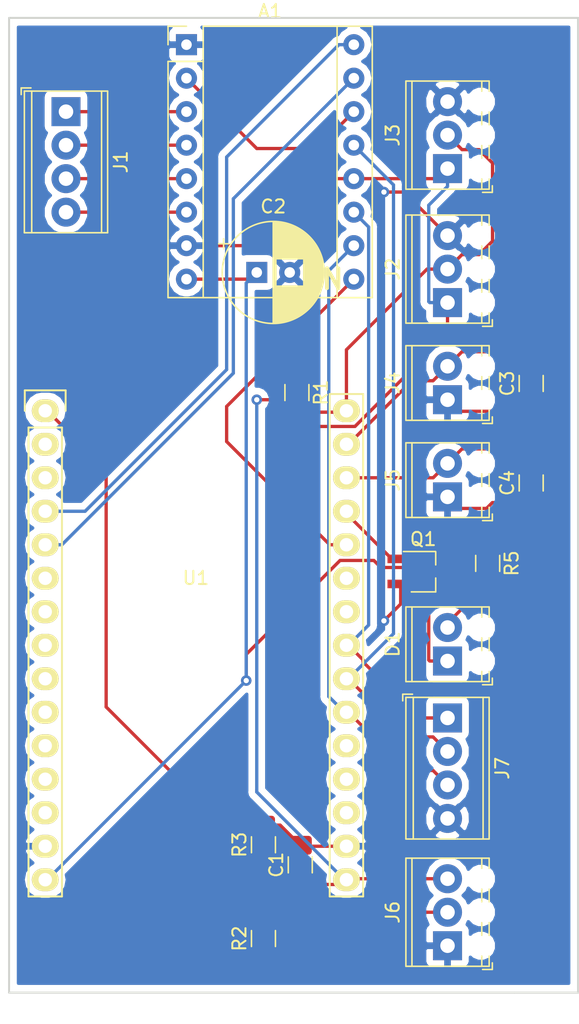
<source format=kicad_pcb>
(kicad_pcb (version 20171130) (host pcbnew 5.0.0-1.fc29)

  (general
    (thickness 1.6)
    (drawings 6)
    (tracks 157)
    (zones 0)
    (modules 19)
    (nets 37)
  )

  (page A4)
  (layers
    (0 F.Cu signal)
    (31 B.Cu signal)
    (32 B.Adhes user)
    (33 F.Adhes user)
    (34 B.Paste user)
    (35 F.Paste user)
    (36 B.SilkS user)
    (37 F.SilkS user)
    (38 B.Mask user)
    (39 F.Mask user)
    (40 Dwgs.User user)
    (41 Cmts.User user)
    (42 Eco1.User user)
    (43 Eco2.User user)
    (44 Edge.Cuts user)
    (45 Margin user)
    (46 B.CrtYd user)
    (47 F.CrtYd user)
    (48 B.Fab user)
    (49 F.Fab user)
  )

  (setup
    (last_trace_width 0.25)
    (trace_clearance 0.2)
    (zone_clearance 0.508)
    (zone_45_only no)
    (trace_min 0.2)
    (segment_width 0.2)
    (edge_width 0.15)
    (via_size 0.8)
    (via_drill 0.4)
    (via_min_size 0.4)
    (via_min_drill 0.3)
    (uvia_size 0.3)
    (uvia_drill 0.1)
    (uvias_allowed no)
    (uvia_min_size 0.2)
    (uvia_min_drill 0.1)
    (pcb_text_width 0.3)
    (pcb_text_size 1.5 1.5)
    (mod_edge_width 0.15)
    (mod_text_size 1 1)
    (mod_text_width 0.15)
    (pad_size 1.524 1.524)
    (pad_drill 0.762)
    (pad_to_mask_clearance 0.2)
    (aux_axis_origin 0 0)
    (visible_elements FFFFFF7F)
    (pcbplotparams
      (layerselection 0x010fc_ffffffff)
      (usegerberextensions false)
      (usegerberattributes false)
      (usegerberadvancedattributes false)
      (creategerberjobfile false)
      (excludeedgelayer true)
      (linewidth 0.100000)
      (plotframeref false)
      (viasonmask false)
      (mode 1)
      (useauxorigin false)
      (hpglpennumber 1)
      (hpglpenspeed 20)
      (hpglpendiameter 15.000000)
      (psnegative false)
      (psa4output false)
      (plotreference true)
      (plotvalue true)
      (plotinvisibletext false)
      (padsonsilk false)
      (subtractmaskfromsilk false)
      (outputformat 1)
      (mirror false)
      (drillshape 0)
      (scaleselection 1)
      (outputdirectory "grb/"))
  )

  (net 0 "")
  (net 1 GND)
  (net 2 /ENABLE)
  (net 3 +3V3)
  (net 4 "Net-(A1-Pad3)")
  (net 5 "Net-(A1-Pad4)")
  (net 6 "Net-(A1-Pad5)")
  (net 7 "Net-(A1-Pad6)")
  (net 8 /STEP)
  (net 9 VCC)
  (net 10 /DIR)
  (net 11 /LIMIT_OPEN)
  (net 12 /LIMIT_CLOSED)
  (net 13 "Net-(D1-Pad1)")
  (net 14 "Net-(D1-Pad2)")
  (net 15 /1WIRE)
  (net 16 "Net-(J6-Pad2)")
  (net 17 /CLK)
  (net 18 /MISO)
  (net 19 /MOSI)
  (net 20 /REMOTE_LED)
  (net 21 /RAIN)
  (net 22 "Net-(U1-Pad2)")
  (net 23 "Net-(U1-Pad3)")
  (net 24 "Net-(U1-Pad6)")
  (net 25 "Net-(U1-Pad7)")
  (net 26 "Net-(U1-Pad8)")
  (net 27 "Net-(U1-Pad9)")
  (net 28 "Net-(U1-Pad10)")
  (net 29 "Net-(U1-Pad11)")
  (net 30 "Net-(U1-Pad12)")
  (net 31 "Net-(U1-Pad13)")
  (net 32 "Net-(U1-Pad18)")
  (net 33 "Net-(U1-Pad19)")
  (net 34 "Net-(U1-Pad25)")
  (net 35 "Net-(U1-Pad24)")
  (net 36 "Net-(U1-Pad20)")

  (net_class Default "This is the default net class."
    (clearance 0.2)
    (trace_width 0.25)
    (via_dia 0.8)
    (via_drill 0.4)
    (uvia_dia 0.3)
    (uvia_drill 0.1)
    (add_net +3V3)
    (add_net /1WIRE)
    (add_net /CLK)
    (add_net /DIR)
    (add_net /ENABLE)
    (add_net /LIMIT_CLOSED)
    (add_net /LIMIT_OPEN)
    (add_net /MISO)
    (add_net /MOSI)
    (add_net /RAIN)
    (add_net /REMOTE_LED)
    (add_net /STEP)
    (add_net GND)
    (add_net "Net-(A1-Pad3)")
    (add_net "Net-(A1-Pad4)")
    (add_net "Net-(A1-Pad5)")
    (add_net "Net-(A1-Pad6)")
    (add_net "Net-(D1-Pad1)")
    (add_net "Net-(D1-Pad2)")
    (add_net "Net-(J6-Pad2)")
    (add_net "Net-(U1-Pad10)")
    (add_net "Net-(U1-Pad11)")
    (add_net "Net-(U1-Pad12)")
    (add_net "Net-(U1-Pad13)")
    (add_net "Net-(U1-Pad18)")
    (add_net "Net-(U1-Pad19)")
    (add_net "Net-(U1-Pad2)")
    (add_net "Net-(U1-Pad20)")
    (add_net "Net-(U1-Pad24)")
    (add_net "Net-(U1-Pad25)")
    (add_net "Net-(U1-Pad3)")
    (add_net "Net-(U1-Pad6)")
    (add_net "Net-(U1-Pad7)")
    (add_net "Net-(U1-Pad8)")
    (add_net "Net-(U1-Pad9)")
    (add_net VCC)
  )

  (module Module:Pololu_Breakout-16_15.2x20.3mm (layer F.Cu) (tedit 58AB602C) (tstamp 5B631401)
    (at 69.088 29.972)
    (descr "Pololu Breakout 16-pin 15.2x20.3mm 0.6x0.8\\")
    (tags "Pololu Breakout")
    (path /5B58D863)
    (fp_text reference A1 (at 6.35 -2.54) (layer F.SilkS)
      (effects (font (size 1 1) (thickness 0.15)))
    )
    (fp_text value Pololu_Breakout_A4988 (at 6.35 20.17) (layer F.Fab)
      (effects (font (size 1 1) (thickness 0.15)))
    )
    (fp_text user %R (at 6.35 0) (layer F.Fab)
      (effects (font (size 1 1) (thickness 0.15)))
    )
    (fp_line (start 11.43 -1.4) (end 11.43 19.18) (layer F.SilkS) (width 0.12))
    (fp_line (start 1.27 1.27) (end 1.27 19.18) (layer F.SilkS) (width 0.12))
    (fp_line (start 0 -1.4) (end -1.4 -1.4) (layer F.SilkS) (width 0.12))
    (fp_line (start -1.4 -1.4) (end -1.4 0) (layer F.SilkS) (width 0.12))
    (fp_line (start 1.27 -1.4) (end 1.27 1.27) (layer F.SilkS) (width 0.12))
    (fp_line (start 1.27 1.27) (end -1.4 1.27) (layer F.SilkS) (width 0.12))
    (fp_line (start -1.4 1.27) (end -1.4 19.18) (layer F.SilkS) (width 0.12))
    (fp_line (start -1.4 19.18) (end 14.1 19.18) (layer F.SilkS) (width 0.12))
    (fp_line (start 14.1 19.18) (end 14.1 -1.4) (layer F.SilkS) (width 0.12))
    (fp_line (start 14.1 -1.4) (end 1.27 -1.4) (layer F.SilkS) (width 0.12))
    (fp_line (start -1.27 0) (end 0 -1.27) (layer F.Fab) (width 0.1))
    (fp_line (start 0 -1.27) (end 13.97 -1.27) (layer F.Fab) (width 0.1))
    (fp_line (start 13.97 -1.27) (end 13.97 19.05) (layer F.Fab) (width 0.1))
    (fp_line (start 13.97 19.05) (end -1.27 19.05) (layer F.Fab) (width 0.1))
    (fp_line (start -1.27 19.05) (end -1.27 0) (layer F.Fab) (width 0.1))
    (fp_line (start -1.53 -1.52) (end 14.21 -1.52) (layer F.CrtYd) (width 0.05))
    (fp_line (start -1.53 -1.52) (end -1.53 19.3) (layer F.CrtYd) (width 0.05))
    (fp_line (start 14.21 19.3) (end 14.21 -1.52) (layer F.CrtYd) (width 0.05))
    (fp_line (start 14.21 19.3) (end -1.53 19.3) (layer F.CrtYd) (width 0.05))
    (pad 1 thru_hole rect (at 0 0) (size 1.6 1.6) (drill 0.8) (layers *.Cu *.Mask)
      (net 1 GND))
    (pad 9 thru_hole oval (at 12.7 17.78) (size 1.6 1.6) (drill 0.8) (layers *.Cu *.Mask)
      (net 2 /ENABLE))
    (pad 2 thru_hole oval (at 0 2.54) (size 1.6 1.6) (drill 0.8) (layers *.Cu *.Mask)
      (net 3 +3V3))
    (pad 10 thru_hole oval (at 12.7 15.24) (size 1.6 1.6) (drill 0.8) (layers *.Cu *.Mask)
      (net 19 /MOSI))
    (pad 3 thru_hole oval (at 0 5.08) (size 1.6 1.6) (drill 0.8) (layers *.Cu *.Mask)
      (net 4 "Net-(A1-Pad3)"))
    (pad 11 thru_hole oval (at 12.7 12.7) (size 1.6 1.6) (drill 0.8) (layers *.Cu *.Mask)
      (net 17 /CLK))
    (pad 4 thru_hole oval (at 0 7.62) (size 1.6 1.6) (drill 0.8) (layers *.Cu *.Mask)
      (net 5 "Net-(A1-Pad4)"))
    (pad 12 thru_hole oval (at 12.7 10.16) (size 1.6 1.6) (drill 0.8) (layers *.Cu *.Mask)
      (net 3 +3V3))
    (pad 5 thru_hole oval (at 0 10.16) (size 1.6 1.6) (drill 0.8) (layers *.Cu *.Mask)
      (net 6 "Net-(A1-Pad5)"))
    (pad 13 thru_hole oval (at 12.7 7.62) (size 1.6 1.6) (drill 0.8) (layers *.Cu *.Mask)
      (net 18 /MISO))
    (pad 6 thru_hole oval (at 0 12.7) (size 1.6 1.6) (drill 0.8) (layers *.Cu *.Mask)
      (net 7 "Net-(A1-Pad6)"))
    (pad 14 thru_hole oval (at 12.7 5.08) (size 1.6 1.6) (drill 0.8) (layers *.Cu *.Mask)
      (net 3 +3V3))
    (pad 7 thru_hole oval (at 0 15.24) (size 1.6 1.6) (drill 0.8) (layers *.Cu *.Mask)
      (net 1 GND))
    (pad 15 thru_hole oval (at 12.7 2.54) (size 1.6 1.6) (drill 0.8) (layers *.Cu *.Mask)
      (net 8 /STEP))
    (pad 8 thru_hole oval (at 0 17.78) (size 1.6 1.6) (drill 0.8) (layers *.Cu *.Mask)
      (net 9 VCC))
    (pad 16 thru_hole oval (at 12.7 0) (size 1.6 1.6) (drill 0.8) (layers *.Cu *.Mask)
      (net 10 /DIR))
    (model ${KISYS3DMOD}/Module.3dshapes/Pololu_Breakout-16_15.2x20.3mm.wrl
      (at (xyz 0 0 0))
      (scale (xyz 1 1 1))
      (rotate (xyz 0 0 0))
    )
  )

  (module Capacitor_SMD:C_1206_3216Metric_Pad1.42x1.75mm_HandSolder (layer F.Cu) (tedit 5B301BBE) (tstamp 5B631412)
    (at 77.724 92.1655 90)
    (descr "Capacitor SMD 1206 (3216 Metric), square (rectangular) end terminal, IPC_7351 nominal with elongated pad for handsoldering. (Body size source: http://www.tortai-tech.com/upload/download/2011102023233369053.pdf), generated with kicad-footprint-generator")
    (tags "capacitor handsolder")
    (path /5B58DA52)
    (attr smd)
    (fp_text reference C1 (at 0 -1.82 90) (layer F.SilkS)
      (effects (font (size 1 1) (thickness 0.15)))
    )
    (fp_text value "100 nF" (at 0 1.82 90) (layer F.Fab)
      (effects (font (size 1 1) (thickness 0.15)))
    )
    (fp_line (start -1.6 0.8) (end -1.6 -0.8) (layer F.Fab) (width 0.1))
    (fp_line (start -1.6 -0.8) (end 1.6 -0.8) (layer F.Fab) (width 0.1))
    (fp_line (start 1.6 -0.8) (end 1.6 0.8) (layer F.Fab) (width 0.1))
    (fp_line (start 1.6 0.8) (end -1.6 0.8) (layer F.Fab) (width 0.1))
    (fp_line (start -0.602064 -0.91) (end 0.602064 -0.91) (layer F.SilkS) (width 0.12))
    (fp_line (start -0.602064 0.91) (end 0.602064 0.91) (layer F.SilkS) (width 0.12))
    (fp_line (start -2.45 1.12) (end -2.45 -1.12) (layer F.CrtYd) (width 0.05))
    (fp_line (start -2.45 -1.12) (end 2.45 -1.12) (layer F.CrtYd) (width 0.05))
    (fp_line (start 2.45 -1.12) (end 2.45 1.12) (layer F.CrtYd) (width 0.05))
    (fp_line (start 2.45 1.12) (end -2.45 1.12) (layer F.CrtYd) (width 0.05))
    (fp_text user %R (at 0 0 90) (layer F.Fab)
      (effects (font (size 0.8 0.8) (thickness 0.12)))
    )
    (pad 1 smd roundrect (at -1.4875 0 90) (size 1.425 1.75) (layers F.Cu F.Paste F.Mask) (roundrect_rratio 0.175439)
      (net 3 +3V3))
    (pad 2 smd roundrect (at 1.4875 0 90) (size 1.425 1.75) (layers F.Cu F.Paste F.Mask) (roundrect_rratio 0.175439)
      (net 1 GND))
    (model ${KISYS3DMOD}/Capacitor_SMD.3dshapes/C_1206_3216Metric.wrl
      (at (xyz 0 0 0))
      (scale (xyz 1 1 1))
      (rotate (xyz 0 0 0))
    )
  )

  (module Capacitor_SMD:C_1206_3216Metric_Pad1.42x1.75mm_HandSolder (layer F.Cu) (tedit 5B301BBE) (tstamp 5B631436)
    (at 95.25 55.6625 90)
    (descr "Capacitor SMD 1206 (3216 Metric), square (rectangular) end terminal, IPC_7351 nominal with elongated pad for handsoldering. (Body size source: http://www.tortai-tech.com/upload/download/2011102023233369053.pdf), generated with kicad-footprint-generator")
    (tags "capacitor handsolder")
    (path /5B592ECF)
    (attr smd)
    (fp_text reference C3 (at 0 -1.82 90) (layer F.SilkS)
      (effects (font (size 1 1) (thickness 0.15)))
    )
    (fp_text value "100 nF" (at 0 1.82 90) (layer F.Fab)
      (effects (font (size 1 1) (thickness 0.15)))
    )
    (fp_line (start -1.6 0.8) (end -1.6 -0.8) (layer F.Fab) (width 0.1))
    (fp_line (start -1.6 -0.8) (end 1.6 -0.8) (layer F.Fab) (width 0.1))
    (fp_line (start 1.6 -0.8) (end 1.6 0.8) (layer F.Fab) (width 0.1))
    (fp_line (start 1.6 0.8) (end -1.6 0.8) (layer F.Fab) (width 0.1))
    (fp_line (start -0.602064 -0.91) (end 0.602064 -0.91) (layer F.SilkS) (width 0.12))
    (fp_line (start -0.602064 0.91) (end 0.602064 0.91) (layer F.SilkS) (width 0.12))
    (fp_line (start -2.45 1.12) (end -2.45 -1.12) (layer F.CrtYd) (width 0.05))
    (fp_line (start -2.45 -1.12) (end 2.45 -1.12) (layer F.CrtYd) (width 0.05))
    (fp_line (start 2.45 -1.12) (end 2.45 1.12) (layer F.CrtYd) (width 0.05))
    (fp_line (start 2.45 1.12) (end -2.45 1.12) (layer F.CrtYd) (width 0.05))
    (fp_text user %R (at 0 0 90) (layer F.Fab)
      (effects (font (size 0.8 0.8) (thickness 0.12)))
    )
    (pad 1 smd roundrect (at -1.4875 0 90) (size 1.425 1.75) (layers F.Cu F.Paste F.Mask) (roundrect_rratio 0.175439)
      (net 1 GND))
    (pad 2 smd roundrect (at 1.4875 0 90) (size 1.425 1.75) (layers F.Cu F.Paste F.Mask) (roundrect_rratio 0.175439)
      (net 11 /LIMIT_OPEN))
    (model ${KISYS3DMOD}/Capacitor_SMD.3dshapes/C_1206_3216Metric.wrl
      (at (xyz 0 0 0))
      (scale (xyz 1 1 1))
      (rotate (xyz 0 0 0))
    )
  )

  (module Capacitor_SMD:C_1206_3216Metric_Pad1.42x1.75mm_HandSolder (layer F.Cu) (tedit 5B301BBE) (tstamp 5B631447)
    (at 95.25 63.2095 90)
    (descr "Capacitor SMD 1206 (3216 Metric), square (rectangular) end terminal, IPC_7351 nominal with elongated pad for handsoldering. (Body size source: http://www.tortai-tech.com/upload/download/2011102023233369053.pdf), generated with kicad-footprint-generator")
    (tags "capacitor handsolder")
    (path /5B594C31)
    (attr smd)
    (fp_text reference C4 (at 0 -1.82 90) (layer F.SilkS)
      (effects (font (size 1 1) (thickness 0.15)))
    )
    (fp_text value "100 nF" (at 0 1.82 90) (layer F.Fab)
      (effects (font (size 1 1) (thickness 0.15)))
    )
    (fp_text user %R (at 0 0 90) (layer F.Fab)
      (effects (font (size 0.8 0.8) (thickness 0.12)))
    )
    (fp_line (start 2.45 1.12) (end -2.45 1.12) (layer F.CrtYd) (width 0.05))
    (fp_line (start 2.45 -1.12) (end 2.45 1.12) (layer F.CrtYd) (width 0.05))
    (fp_line (start -2.45 -1.12) (end 2.45 -1.12) (layer F.CrtYd) (width 0.05))
    (fp_line (start -2.45 1.12) (end -2.45 -1.12) (layer F.CrtYd) (width 0.05))
    (fp_line (start -0.602064 0.91) (end 0.602064 0.91) (layer F.SilkS) (width 0.12))
    (fp_line (start -0.602064 -0.91) (end 0.602064 -0.91) (layer F.SilkS) (width 0.12))
    (fp_line (start 1.6 0.8) (end -1.6 0.8) (layer F.Fab) (width 0.1))
    (fp_line (start 1.6 -0.8) (end 1.6 0.8) (layer F.Fab) (width 0.1))
    (fp_line (start -1.6 -0.8) (end 1.6 -0.8) (layer F.Fab) (width 0.1))
    (fp_line (start -1.6 0.8) (end -1.6 -0.8) (layer F.Fab) (width 0.1))
    (pad 2 smd roundrect (at 1.4875 0 90) (size 1.425 1.75) (layers F.Cu F.Paste F.Mask) (roundrect_rratio 0.175439)
      (net 12 /LIMIT_CLOSED))
    (pad 1 smd roundrect (at -1.4875 0 90) (size 1.425 1.75) (layers F.Cu F.Paste F.Mask) (roundrect_rratio 0.175439)
      (net 1 GND))
    (model ${KISYS3DMOD}/Capacitor_SMD.3dshapes/C_1206_3216Metric.wrl
      (at (xyz 0 0 0))
      (scale (xyz 1 1 1))
      (rotate (xyz 0 0 0))
    )
  )

  (module TerminalBlock_Phoenix:TerminalBlock_Phoenix_MPT-0,5-2-2.54_1x02_P2.54mm_Horizontal (layer F.Cu) (tedit 5B294F98) (tstamp 5B63146D)
    (at 88.9 76.708 90)
    (descr "Terminal Block Phoenix MPT-0,5-2-2.54, 2 pins, pitch 2.54mm, size 5.54x6.2mm^2, drill diamater 1.1mm, pad diameter 2.2mm, see http://www.mouser.com/ds/2/324/ItemDetail_1725656-920552.pdf, script-generated using https://github.com/pointhi/kicad-footprint-generator/scripts/TerminalBlock_Phoenix")
    (tags "THT Terminal Block Phoenix MPT-0,5-2-2.54 pitch 2.54mm size 5.54x6.2mm^2 drill 1.1mm pad 2.2mm")
    (path /5B58E8E9)
    (fp_text reference D1 (at 1.27 -4.16 90) (layer F.SilkS)
      (effects (font (size 1 1) (thickness 0.15)))
    )
    (fp_text value LED (at 1.27 4.16 90) (layer F.Fab)
      (effects (font (size 1 1) (thickness 0.15)))
    )
    (fp_circle (center 0 0) (end 1.1 0) (layer F.Fab) (width 0.1))
    (fp_circle (center 2.54 0) (end 3.64 0) (layer F.Fab) (width 0.1))
    (fp_line (start -1.5 -3.1) (end 4.04 -3.1) (layer F.Fab) (width 0.1))
    (fp_line (start 4.04 -3.1) (end 4.04 3.1) (layer F.Fab) (width 0.1))
    (fp_line (start 4.04 3.1) (end -1 3.1) (layer F.Fab) (width 0.1))
    (fp_line (start -1 3.1) (end -1.5 2.6) (layer F.Fab) (width 0.1))
    (fp_line (start -1.5 2.6) (end -1.5 -3.1) (layer F.Fab) (width 0.1))
    (fp_line (start -1.5 2.6) (end 4.04 2.6) (layer F.Fab) (width 0.1))
    (fp_line (start -1.56 2.6) (end -0.79 2.6) (layer F.SilkS) (width 0.12))
    (fp_line (start 0.79 2.6) (end 1.75 2.6) (layer F.SilkS) (width 0.12))
    (fp_line (start 3.33 2.6) (end 4.1 2.6) (layer F.SilkS) (width 0.12))
    (fp_line (start -1.5 -2.7) (end 4.04 -2.7) (layer F.Fab) (width 0.1))
    (fp_line (start -1.56 -2.7) (end 4.1 -2.7) (layer F.SilkS) (width 0.12))
    (fp_line (start -1.56 -3.16) (end 4.1 -3.16) (layer F.SilkS) (width 0.12))
    (fp_line (start -1.56 3.16) (end -0.79 3.16) (layer F.SilkS) (width 0.12))
    (fp_line (start 0.79 3.16) (end 1.75 3.16) (layer F.SilkS) (width 0.12))
    (fp_line (start 3.33 3.16) (end 4.1 3.16) (layer F.SilkS) (width 0.12))
    (fp_line (start -1.56 -3.16) (end -1.56 3.16) (layer F.SilkS) (width 0.12))
    (fp_line (start 4.1 -3.16) (end 4.1 3.16) (layer F.SilkS) (width 0.12))
    (fp_line (start 0.835 -0.7) (end -0.701 0.835) (layer F.Fab) (width 0.1))
    (fp_line (start 0.701 -0.835) (end -0.835 0.7) (layer F.Fab) (width 0.1))
    (fp_line (start 3.375 -0.7) (end 1.84 0.835) (layer F.Fab) (width 0.1))
    (fp_line (start 3.241 -0.835) (end 1.706 0.7) (layer F.Fab) (width 0.1))
    (fp_line (start -1.8 2.66) (end -1.8 3.4) (layer F.SilkS) (width 0.12))
    (fp_line (start -1.8 3.4) (end -1.3 3.4) (layer F.SilkS) (width 0.12))
    (fp_line (start -2 -3.6) (end -2 3.6) (layer F.CrtYd) (width 0.05))
    (fp_line (start -2 3.6) (end 4.54 3.6) (layer F.CrtYd) (width 0.05))
    (fp_line (start 4.54 3.6) (end 4.54 -3.6) (layer F.CrtYd) (width 0.05))
    (fp_line (start 4.54 -3.6) (end -2 -3.6) (layer F.CrtYd) (width 0.05))
    (fp_text user %R (at 1.27 2 90) (layer F.Fab)
      (effects (font (size 1 1) (thickness 0.15)))
    )
    (pad 1 thru_hole rect (at 0 0 90) (size 2.2 2.2) (drill 1.1) (layers *.Cu *.Mask)
      (net 13 "Net-(D1-Pad1)"))
    (pad "" np_thru_hole circle (at 0 2.54 90) (size 1.1 1.1) (drill 1.1) (layers *.Cu *.Mask))
    (pad 2 thru_hole circle (at 2.54 0 90) (size 2.2 2.2) (drill 1.1) (layers *.Cu *.Mask)
      (net 14 "Net-(D1-Pad2)"))
    (pad "" np_thru_hole circle (at 2.54 2.54 90) (size 1.1 1.1) (drill 1.1) (layers *.Cu *.Mask))
    (model ${KISYS3DMOD}/TerminalBlock_Phoenix.3dshapes/TerminalBlock_Phoenix_MPT-0,5-2-2.54_1x02_P2.54mm_Horizontal.wrl
      (at (xyz 0 0 0))
      (scale (xyz 1 1 1))
      (rotate (xyz 0 0 0))
    )
  )

  (module TerminalBlock_Phoenix:TerminalBlock_Phoenix_MPT-0,5-4-2.54_1x04_P2.54mm_Horizontal (layer F.Cu) (tedit 5B294F98) (tstamp 5B631495)
    (at 59.944 35.052 270)
    (descr "Terminal Block Phoenix MPT-0,5-4-2.54, 4 pins, pitch 2.54mm, size 10.6x6.2mm^2, drill diamater 1.1mm, pad diameter 2.2mm, see http://www.mouser.com/ds/2/324/ItemDetail_1725672-916605.pdf, script-generated using https://github.com/pointhi/kicad-footprint-generator/scripts/TerminalBlock_Phoenix")
    (tags "THT Terminal Block Phoenix MPT-0,5-4-2.54 pitch 2.54mm size 10.6x6.2mm^2 drill 1.1mm pad 2.2mm")
    (path /5B58DB9C)
    (fp_text reference J1 (at 3.81 -4.16 270) (layer F.SilkS)
      (effects (font (size 1 1) (thickness 0.15)))
    )
    (fp_text value Motor (at 3.81 4.16 270) (layer F.Fab)
      (effects (font (size 1 1) (thickness 0.15)))
    )
    (fp_text user %R (at 3.81 2 270) (layer F.Fab)
      (effects (font (size 1 1) (thickness 0.15)))
    )
    (fp_line (start 9.63 -3.6) (end -2 -3.6) (layer F.CrtYd) (width 0.05))
    (fp_line (start 9.63 3.6) (end 9.63 -3.6) (layer F.CrtYd) (width 0.05))
    (fp_line (start -2 3.6) (end 9.63 3.6) (layer F.CrtYd) (width 0.05))
    (fp_line (start -2 -3.6) (end -2 3.6) (layer F.CrtYd) (width 0.05))
    (fp_line (start -1.8 3.4) (end -1.3 3.4) (layer F.SilkS) (width 0.12))
    (fp_line (start -1.8 2.66) (end -1.8 3.4) (layer F.SilkS) (width 0.12))
    (fp_line (start 8.321 -0.835) (end 6.786 0.7) (layer F.Fab) (width 0.1))
    (fp_line (start 8.455 -0.7) (end 6.92 0.835) (layer F.Fab) (width 0.1))
    (fp_line (start 5.781 -0.835) (end 4.246 0.7) (layer F.Fab) (width 0.1))
    (fp_line (start 5.915 -0.7) (end 4.38 0.835) (layer F.Fab) (width 0.1))
    (fp_line (start 3.241 -0.835) (end 1.706 0.7) (layer F.Fab) (width 0.1))
    (fp_line (start 3.375 -0.7) (end 1.84 0.835) (layer F.Fab) (width 0.1))
    (fp_line (start 0.701 -0.835) (end -0.835 0.7) (layer F.Fab) (width 0.1))
    (fp_line (start 0.835 -0.7) (end -0.701 0.835) (layer F.Fab) (width 0.1))
    (fp_line (start 9.18 -3.16) (end 9.18 3.16) (layer F.SilkS) (width 0.12))
    (fp_line (start -1.56 -3.16) (end -1.56 3.16) (layer F.SilkS) (width 0.12))
    (fp_line (start -1.56 3.16) (end 9.18 3.16) (layer F.SilkS) (width 0.12))
    (fp_line (start -1.56 -3.16) (end 9.18 -3.16) (layer F.SilkS) (width 0.12))
    (fp_line (start -1.56 -2.7) (end 9.18 -2.7) (layer F.SilkS) (width 0.12))
    (fp_line (start -1.5 -2.7) (end 9.12 -2.7) (layer F.Fab) (width 0.1))
    (fp_line (start -1.56 2.6) (end 9.18 2.6) (layer F.SilkS) (width 0.12))
    (fp_line (start -1.5 2.6) (end 9.12 2.6) (layer F.Fab) (width 0.1))
    (fp_line (start -1.5 2.6) (end -1.5 -3.1) (layer F.Fab) (width 0.1))
    (fp_line (start -1 3.1) (end -1.5 2.6) (layer F.Fab) (width 0.1))
    (fp_line (start 9.12 3.1) (end -1 3.1) (layer F.Fab) (width 0.1))
    (fp_line (start 9.12 -3.1) (end 9.12 3.1) (layer F.Fab) (width 0.1))
    (fp_line (start -1.5 -3.1) (end 9.12 -3.1) (layer F.Fab) (width 0.1))
    (fp_circle (center 7.62 0) (end 8.72 0) (layer F.Fab) (width 0.1))
    (fp_circle (center 5.08 0) (end 6.18 0) (layer F.Fab) (width 0.1))
    (fp_circle (center 2.54 0) (end 3.64 0) (layer F.Fab) (width 0.1))
    (fp_circle (center 0 0) (end 1.1 0) (layer F.Fab) (width 0.1))
    (pad 4 thru_hole circle (at 7.62 0 270) (size 2.2 2.2) (drill 1.1) (layers *.Cu *.Mask)
      (net 7 "Net-(A1-Pad6)"))
    (pad 3 thru_hole circle (at 5.08 0 270) (size 2.2 2.2) (drill 1.1) (layers *.Cu *.Mask)
      (net 6 "Net-(A1-Pad5)"))
    (pad 2 thru_hole circle (at 2.54 0 270) (size 2.2 2.2) (drill 1.1) (layers *.Cu *.Mask)
      (net 5 "Net-(A1-Pad4)"))
    (pad 1 thru_hole rect (at 0 0 270) (size 2.2 2.2) (drill 1.1) (layers *.Cu *.Mask)
      (net 4 "Net-(A1-Pad3)"))
    (model ${KISYS3DMOD}/TerminalBlock_Phoenix.3dshapes/TerminalBlock_Phoenix_MPT-0,5-4-2.54_1x04_P2.54mm_Horizontal.wrl
      (at (xyz 0 0 0))
      (scale (xyz 1 1 1))
      (rotate (xyz 0 0 0))
    )
  )

  (module TerminalBlock_Phoenix:TerminalBlock_Phoenix_MPT-0,5-3-2.54_1x03_P2.54mm_Horizontal (layer F.Cu) (tedit 5B294F98) (tstamp 5B6314C2)
    (at 88.9 49.53 90)
    (descr "Terminal Block Phoenix MPT-0,5-3-2.54, 3 pins, pitch 2.54mm, size 8.08x6.2mm^2, drill diamater 1.1mm, pad diameter 2.2mm, see http://www.mouser.com/ds/2/324/ItemDetail_1725656-920552.pdf, script-generated using https://github.com/pointhi/kicad-footprint-generator/scripts/TerminalBlock_Phoenix")
    (tags "THT Terminal Block Phoenix MPT-0,5-3-2.54 pitch 2.54mm size 8.08x6.2mm^2 drill 1.1mm pad 2.2mm")
    (path /5B58FAC9)
    (fp_text reference J2 (at 2.54 -4.16 90) (layer F.SilkS)
      (effects (font (size 1 1) (thickness 0.15)))
    )
    (fp_text value "Temp 1" (at 2.54 4.16 90) (layer F.Fab)
      (effects (font (size 1 1) (thickness 0.15)))
    )
    (fp_circle (center 0 0) (end 1.1 0) (layer F.Fab) (width 0.1))
    (fp_circle (center 2.54 0) (end 3.64 0) (layer F.Fab) (width 0.1))
    (fp_circle (center 5.08 0) (end 6.18 0) (layer F.Fab) (width 0.1))
    (fp_line (start -1.5 -3.1) (end 6.58 -3.1) (layer F.Fab) (width 0.1))
    (fp_line (start 6.58 -3.1) (end 6.58 3.1) (layer F.Fab) (width 0.1))
    (fp_line (start 6.58 3.1) (end -1 3.1) (layer F.Fab) (width 0.1))
    (fp_line (start -1 3.1) (end -1.5 2.6) (layer F.Fab) (width 0.1))
    (fp_line (start -1.5 2.6) (end -1.5 -3.1) (layer F.Fab) (width 0.1))
    (fp_line (start -1.5 2.6) (end 6.58 2.6) (layer F.Fab) (width 0.1))
    (fp_line (start -1.56 2.6) (end -0.79 2.6) (layer F.SilkS) (width 0.12))
    (fp_line (start 0.79 2.6) (end 1.75 2.6) (layer F.SilkS) (width 0.12))
    (fp_line (start 3.33 2.6) (end 4.29 2.6) (layer F.SilkS) (width 0.12))
    (fp_line (start 5.87 2.6) (end 6.64 2.6) (layer F.SilkS) (width 0.12))
    (fp_line (start -1.5 -2.7) (end 6.58 -2.7) (layer F.Fab) (width 0.1))
    (fp_line (start -1.56 -2.7) (end 6.64 -2.7) (layer F.SilkS) (width 0.12))
    (fp_line (start -1.56 -3.16) (end 6.64 -3.16) (layer F.SilkS) (width 0.12))
    (fp_line (start -1.56 3.16) (end -0.79 3.16) (layer F.SilkS) (width 0.12))
    (fp_line (start 0.79 3.16) (end 1.75 3.16) (layer F.SilkS) (width 0.12))
    (fp_line (start 3.33 3.16) (end 4.29 3.16) (layer F.SilkS) (width 0.12))
    (fp_line (start 5.87 3.16) (end 6.64 3.16) (layer F.SilkS) (width 0.12))
    (fp_line (start -1.56 -3.16) (end -1.56 3.16) (layer F.SilkS) (width 0.12))
    (fp_line (start 6.64 -3.16) (end 6.64 3.16) (layer F.SilkS) (width 0.12))
    (fp_line (start 0.835 -0.7) (end -0.701 0.835) (layer F.Fab) (width 0.1))
    (fp_line (start 0.701 -0.835) (end -0.835 0.7) (layer F.Fab) (width 0.1))
    (fp_line (start 3.375 -0.7) (end 1.84 0.835) (layer F.Fab) (width 0.1))
    (fp_line (start 3.241 -0.835) (end 1.706 0.7) (layer F.Fab) (width 0.1))
    (fp_line (start 5.915 -0.7) (end 4.38 0.835) (layer F.Fab) (width 0.1))
    (fp_line (start 5.781 -0.835) (end 4.246 0.7) (layer F.Fab) (width 0.1))
    (fp_line (start -1.8 2.66) (end -1.8 3.4) (layer F.SilkS) (width 0.12))
    (fp_line (start -1.8 3.4) (end -1.3 3.4) (layer F.SilkS) (width 0.12))
    (fp_line (start -2 -3.6) (end -2 3.6) (layer F.CrtYd) (width 0.05))
    (fp_line (start -2 3.6) (end 7.08 3.6) (layer F.CrtYd) (width 0.05))
    (fp_line (start 7.08 3.6) (end 7.08 -3.6) (layer F.CrtYd) (width 0.05))
    (fp_line (start 7.08 -3.6) (end -2 -3.6) (layer F.CrtYd) (width 0.05))
    (fp_text user %R (at 2.54 2 90) (layer F.Fab)
      (effects (font (size 1 1) (thickness 0.15)))
    )
    (pad 1 thru_hole rect (at 0 0 90) (size 2.2 2.2) (drill 1.1) (layers *.Cu *.Mask)
      (net 3 +3V3))
    (pad "" np_thru_hole circle (at 0 2.54 90) (size 1.1 1.1) (drill 1.1) (layers *.Cu *.Mask))
    (pad 2 thru_hole circle (at 2.54 0 90) (size 2.2 2.2) (drill 1.1) (layers *.Cu *.Mask)
      (net 15 /1WIRE))
    (pad "" np_thru_hole circle (at 2.54 2.54 90) (size 1.1 1.1) (drill 1.1) (layers *.Cu *.Mask))
    (pad 3 thru_hole circle (at 5.08 0 90) (size 2.2 2.2) (drill 1.1) (layers *.Cu *.Mask)
      (net 1 GND))
    (pad "" np_thru_hole circle (at 5.08 2.54 90) (size 1.1 1.1) (drill 1.1) (layers *.Cu *.Mask))
    (model ${KISYS3DMOD}/TerminalBlock_Phoenix.3dshapes/TerminalBlock_Phoenix_MPT-0,5-3-2.54_1x03_P2.54mm_Horizontal.wrl
      (at (xyz 0 0 0))
      (scale (xyz 1 1 1))
      (rotate (xyz 0 0 0))
    )
  )

  (module TerminalBlock_Phoenix:TerminalBlock_Phoenix_MPT-0,5-3-2.54_1x03_P2.54mm_Horizontal (layer F.Cu) (tedit 5B294F98) (tstamp 5B6314EF)
    (at 88.9 39.37 90)
    (descr "Terminal Block Phoenix MPT-0,5-3-2.54, 3 pins, pitch 2.54mm, size 8.08x6.2mm^2, drill diamater 1.1mm, pad diameter 2.2mm, see http://www.mouser.com/ds/2/324/ItemDetail_1725656-920552.pdf, script-generated using https://github.com/pointhi/kicad-footprint-generator/scripts/TerminalBlock_Phoenix")
    (tags "THT Terminal Block Phoenix MPT-0,5-3-2.54 pitch 2.54mm size 8.08x6.2mm^2 drill 1.1mm pad 2.2mm")
    (path /5B59775C)
    (fp_text reference J3 (at 2.54 -4.16 90) (layer F.SilkS)
      (effects (font (size 1 1) (thickness 0.15)))
    )
    (fp_text value "Temp 2" (at 2.54 4.16 90) (layer F.Fab)
      (effects (font (size 1 1) (thickness 0.15)))
    )
    (fp_text user %R (at 2.54 2 90) (layer F.Fab)
      (effects (font (size 1 1) (thickness 0.15)))
    )
    (fp_line (start 7.08 -3.6) (end -2 -3.6) (layer F.CrtYd) (width 0.05))
    (fp_line (start 7.08 3.6) (end 7.08 -3.6) (layer F.CrtYd) (width 0.05))
    (fp_line (start -2 3.6) (end 7.08 3.6) (layer F.CrtYd) (width 0.05))
    (fp_line (start -2 -3.6) (end -2 3.6) (layer F.CrtYd) (width 0.05))
    (fp_line (start -1.8 3.4) (end -1.3 3.4) (layer F.SilkS) (width 0.12))
    (fp_line (start -1.8 2.66) (end -1.8 3.4) (layer F.SilkS) (width 0.12))
    (fp_line (start 5.781 -0.835) (end 4.246 0.7) (layer F.Fab) (width 0.1))
    (fp_line (start 5.915 -0.7) (end 4.38 0.835) (layer F.Fab) (width 0.1))
    (fp_line (start 3.241 -0.835) (end 1.706 0.7) (layer F.Fab) (width 0.1))
    (fp_line (start 3.375 -0.7) (end 1.84 0.835) (layer F.Fab) (width 0.1))
    (fp_line (start 0.701 -0.835) (end -0.835 0.7) (layer F.Fab) (width 0.1))
    (fp_line (start 0.835 -0.7) (end -0.701 0.835) (layer F.Fab) (width 0.1))
    (fp_line (start 6.64 -3.16) (end 6.64 3.16) (layer F.SilkS) (width 0.12))
    (fp_line (start -1.56 -3.16) (end -1.56 3.16) (layer F.SilkS) (width 0.12))
    (fp_line (start 5.87 3.16) (end 6.64 3.16) (layer F.SilkS) (width 0.12))
    (fp_line (start 3.33 3.16) (end 4.29 3.16) (layer F.SilkS) (width 0.12))
    (fp_line (start 0.79 3.16) (end 1.75 3.16) (layer F.SilkS) (width 0.12))
    (fp_line (start -1.56 3.16) (end -0.79 3.16) (layer F.SilkS) (width 0.12))
    (fp_line (start -1.56 -3.16) (end 6.64 -3.16) (layer F.SilkS) (width 0.12))
    (fp_line (start -1.56 -2.7) (end 6.64 -2.7) (layer F.SilkS) (width 0.12))
    (fp_line (start -1.5 -2.7) (end 6.58 -2.7) (layer F.Fab) (width 0.1))
    (fp_line (start 5.87 2.6) (end 6.64 2.6) (layer F.SilkS) (width 0.12))
    (fp_line (start 3.33 2.6) (end 4.29 2.6) (layer F.SilkS) (width 0.12))
    (fp_line (start 0.79 2.6) (end 1.75 2.6) (layer F.SilkS) (width 0.12))
    (fp_line (start -1.56 2.6) (end -0.79 2.6) (layer F.SilkS) (width 0.12))
    (fp_line (start -1.5 2.6) (end 6.58 2.6) (layer F.Fab) (width 0.1))
    (fp_line (start -1.5 2.6) (end -1.5 -3.1) (layer F.Fab) (width 0.1))
    (fp_line (start -1 3.1) (end -1.5 2.6) (layer F.Fab) (width 0.1))
    (fp_line (start 6.58 3.1) (end -1 3.1) (layer F.Fab) (width 0.1))
    (fp_line (start 6.58 -3.1) (end 6.58 3.1) (layer F.Fab) (width 0.1))
    (fp_line (start -1.5 -3.1) (end 6.58 -3.1) (layer F.Fab) (width 0.1))
    (fp_circle (center 5.08 0) (end 6.18 0) (layer F.Fab) (width 0.1))
    (fp_circle (center 2.54 0) (end 3.64 0) (layer F.Fab) (width 0.1))
    (fp_circle (center 0 0) (end 1.1 0) (layer F.Fab) (width 0.1))
    (pad "" np_thru_hole circle (at 5.08 2.54 90) (size 1.1 1.1) (drill 1.1) (layers *.Cu *.Mask))
    (pad 3 thru_hole circle (at 5.08 0 90) (size 2.2 2.2) (drill 1.1) (layers *.Cu *.Mask)
      (net 1 GND))
    (pad "" np_thru_hole circle (at 2.54 2.54 90) (size 1.1 1.1) (drill 1.1) (layers *.Cu *.Mask))
    (pad 2 thru_hole circle (at 2.54 0 90) (size 2.2 2.2) (drill 1.1) (layers *.Cu *.Mask)
      (net 15 /1WIRE))
    (pad "" np_thru_hole circle (at 0 2.54 90) (size 1.1 1.1) (drill 1.1) (layers *.Cu *.Mask))
    (pad 1 thru_hole rect (at 0 0 90) (size 2.2 2.2) (drill 1.1) (layers *.Cu *.Mask)
      (net 3 +3V3))
    (model ${KISYS3DMOD}/TerminalBlock_Phoenix.3dshapes/TerminalBlock_Phoenix_MPT-0,5-3-2.54_1x03_P2.54mm_Horizontal.wrl
      (at (xyz 0 0 0))
      (scale (xyz 1 1 1))
      (rotate (xyz 0 0 0))
    )
  )

  (module TerminalBlock_Phoenix:TerminalBlock_Phoenix_MPT-0,5-2-2.54_1x02_P2.54mm_Horizontal (layer F.Cu) (tedit 5B294F98) (tstamp 5B631515)
    (at 88.9 56.896 90)
    (descr "Terminal Block Phoenix MPT-0,5-2-2.54, 2 pins, pitch 2.54mm, size 5.54x6.2mm^2, drill diamater 1.1mm, pad diameter 2.2mm, see http://www.mouser.com/ds/2/324/ItemDetail_1725656-920552.pdf, script-generated using https://github.com/pointhi/kicad-footprint-generator/scripts/TerminalBlock_Phoenix")
    (tags "THT Terminal Block Phoenix MPT-0,5-2-2.54 pitch 2.54mm size 5.54x6.2mm^2 drill 1.1mm pad 2.2mm")
    (path /5B59179C)
    (fp_text reference J4 (at 1.27 -4.16 90) (layer F.SilkS)
      (effects (font (size 1 1) (thickness 0.15)))
    )
    (fp_text value "Limit: Open" (at 1.27 4.16 90) (layer F.Fab)
      (effects (font (size 1 1) (thickness 0.15)))
    )
    (fp_text user %R (at 1.27 2 90) (layer F.Fab)
      (effects (font (size 1 1) (thickness 0.15)))
    )
    (fp_line (start 4.54 -3.6) (end -2 -3.6) (layer F.CrtYd) (width 0.05))
    (fp_line (start 4.54 3.6) (end 4.54 -3.6) (layer F.CrtYd) (width 0.05))
    (fp_line (start -2 3.6) (end 4.54 3.6) (layer F.CrtYd) (width 0.05))
    (fp_line (start -2 -3.6) (end -2 3.6) (layer F.CrtYd) (width 0.05))
    (fp_line (start -1.8 3.4) (end -1.3 3.4) (layer F.SilkS) (width 0.12))
    (fp_line (start -1.8 2.66) (end -1.8 3.4) (layer F.SilkS) (width 0.12))
    (fp_line (start 3.241 -0.835) (end 1.706 0.7) (layer F.Fab) (width 0.1))
    (fp_line (start 3.375 -0.7) (end 1.84 0.835) (layer F.Fab) (width 0.1))
    (fp_line (start 0.701 -0.835) (end -0.835 0.7) (layer F.Fab) (width 0.1))
    (fp_line (start 0.835 -0.7) (end -0.701 0.835) (layer F.Fab) (width 0.1))
    (fp_line (start 4.1 -3.16) (end 4.1 3.16) (layer F.SilkS) (width 0.12))
    (fp_line (start -1.56 -3.16) (end -1.56 3.16) (layer F.SilkS) (width 0.12))
    (fp_line (start 3.33 3.16) (end 4.1 3.16) (layer F.SilkS) (width 0.12))
    (fp_line (start 0.79 3.16) (end 1.75 3.16) (layer F.SilkS) (width 0.12))
    (fp_line (start -1.56 3.16) (end -0.79 3.16) (layer F.SilkS) (width 0.12))
    (fp_line (start -1.56 -3.16) (end 4.1 -3.16) (layer F.SilkS) (width 0.12))
    (fp_line (start -1.56 -2.7) (end 4.1 -2.7) (layer F.SilkS) (width 0.12))
    (fp_line (start -1.5 -2.7) (end 4.04 -2.7) (layer F.Fab) (width 0.1))
    (fp_line (start 3.33 2.6) (end 4.1 2.6) (layer F.SilkS) (width 0.12))
    (fp_line (start 0.79 2.6) (end 1.75 2.6) (layer F.SilkS) (width 0.12))
    (fp_line (start -1.56 2.6) (end -0.79 2.6) (layer F.SilkS) (width 0.12))
    (fp_line (start -1.5 2.6) (end 4.04 2.6) (layer F.Fab) (width 0.1))
    (fp_line (start -1.5 2.6) (end -1.5 -3.1) (layer F.Fab) (width 0.1))
    (fp_line (start -1 3.1) (end -1.5 2.6) (layer F.Fab) (width 0.1))
    (fp_line (start 4.04 3.1) (end -1 3.1) (layer F.Fab) (width 0.1))
    (fp_line (start 4.04 -3.1) (end 4.04 3.1) (layer F.Fab) (width 0.1))
    (fp_line (start -1.5 -3.1) (end 4.04 -3.1) (layer F.Fab) (width 0.1))
    (fp_circle (center 2.54 0) (end 3.64 0) (layer F.Fab) (width 0.1))
    (fp_circle (center 0 0) (end 1.1 0) (layer F.Fab) (width 0.1))
    (pad "" np_thru_hole circle (at 2.54 2.54 90) (size 1.1 1.1) (drill 1.1) (layers *.Cu *.Mask))
    (pad 2 thru_hole circle (at 2.54 0 90) (size 2.2 2.2) (drill 1.1) (layers *.Cu *.Mask)
      (net 11 /LIMIT_OPEN))
    (pad "" np_thru_hole circle (at 0 2.54 90) (size 1.1 1.1) (drill 1.1) (layers *.Cu *.Mask))
    (pad 1 thru_hole rect (at 0 0 90) (size 2.2 2.2) (drill 1.1) (layers *.Cu *.Mask)
      (net 1 GND))
    (model ${KISYS3DMOD}/TerminalBlock_Phoenix.3dshapes/TerminalBlock_Phoenix_MPT-0,5-2-2.54_1x02_P2.54mm_Horizontal.wrl
      (at (xyz 0 0 0))
      (scale (xyz 1 1 1))
      (rotate (xyz 0 0 0))
    )
  )

  (module TerminalBlock_Phoenix:TerminalBlock_Phoenix_MPT-0,5-2-2.54_1x02_P2.54mm_Horizontal (layer F.Cu) (tedit 5B294F98) (tstamp 5B63153B)
    (at 88.9 64.262 90)
    (descr "Terminal Block Phoenix MPT-0,5-2-2.54, 2 pins, pitch 2.54mm, size 5.54x6.2mm^2, drill diamater 1.1mm, pad diameter 2.2mm, see http://www.mouser.com/ds/2/324/ItemDetail_1725656-920552.pdf, script-generated using https://github.com/pointhi/kicad-footprint-generator/scripts/TerminalBlock_Phoenix")
    (tags "THT Terminal Block Phoenix MPT-0,5-2-2.54 pitch 2.54mm size 5.54x6.2mm^2 drill 1.1mm pad 2.2mm")
    (path /5B5918AD)
    (fp_text reference J5 (at 1.27 -4.16 90) (layer F.SilkS)
      (effects (font (size 1 1) (thickness 0.15)))
    )
    (fp_text value "Limit: Close" (at 1.27 4.16 90) (layer F.Fab)
      (effects (font (size 1 1) (thickness 0.15)))
    )
    (fp_circle (center 0 0) (end 1.1 0) (layer F.Fab) (width 0.1))
    (fp_circle (center 2.54 0) (end 3.64 0) (layer F.Fab) (width 0.1))
    (fp_line (start -1.5 -3.1) (end 4.04 -3.1) (layer F.Fab) (width 0.1))
    (fp_line (start 4.04 -3.1) (end 4.04 3.1) (layer F.Fab) (width 0.1))
    (fp_line (start 4.04 3.1) (end -1 3.1) (layer F.Fab) (width 0.1))
    (fp_line (start -1 3.1) (end -1.5 2.6) (layer F.Fab) (width 0.1))
    (fp_line (start -1.5 2.6) (end -1.5 -3.1) (layer F.Fab) (width 0.1))
    (fp_line (start -1.5 2.6) (end 4.04 2.6) (layer F.Fab) (width 0.1))
    (fp_line (start -1.56 2.6) (end -0.79 2.6) (layer F.SilkS) (width 0.12))
    (fp_line (start 0.79 2.6) (end 1.75 2.6) (layer F.SilkS) (width 0.12))
    (fp_line (start 3.33 2.6) (end 4.1 2.6) (layer F.SilkS) (width 0.12))
    (fp_line (start -1.5 -2.7) (end 4.04 -2.7) (layer F.Fab) (width 0.1))
    (fp_line (start -1.56 -2.7) (end 4.1 -2.7) (layer F.SilkS) (width 0.12))
    (fp_line (start -1.56 -3.16) (end 4.1 -3.16) (layer F.SilkS) (width 0.12))
    (fp_line (start -1.56 3.16) (end -0.79 3.16) (layer F.SilkS) (width 0.12))
    (fp_line (start 0.79 3.16) (end 1.75 3.16) (layer F.SilkS) (width 0.12))
    (fp_line (start 3.33 3.16) (end 4.1 3.16) (layer F.SilkS) (width 0.12))
    (fp_line (start -1.56 -3.16) (end -1.56 3.16) (layer F.SilkS) (width 0.12))
    (fp_line (start 4.1 -3.16) (end 4.1 3.16) (layer F.SilkS) (width 0.12))
    (fp_line (start 0.835 -0.7) (end -0.701 0.835) (layer F.Fab) (width 0.1))
    (fp_line (start 0.701 -0.835) (end -0.835 0.7) (layer F.Fab) (width 0.1))
    (fp_line (start 3.375 -0.7) (end 1.84 0.835) (layer F.Fab) (width 0.1))
    (fp_line (start 3.241 -0.835) (end 1.706 0.7) (layer F.Fab) (width 0.1))
    (fp_line (start -1.8 2.66) (end -1.8 3.4) (layer F.SilkS) (width 0.12))
    (fp_line (start -1.8 3.4) (end -1.3 3.4) (layer F.SilkS) (width 0.12))
    (fp_line (start -2 -3.6) (end -2 3.6) (layer F.CrtYd) (width 0.05))
    (fp_line (start -2 3.6) (end 4.54 3.6) (layer F.CrtYd) (width 0.05))
    (fp_line (start 4.54 3.6) (end 4.54 -3.6) (layer F.CrtYd) (width 0.05))
    (fp_line (start 4.54 -3.6) (end -2 -3.6) (layer F.CrtYd) (width 0.05))
    (fp_text user %R (at 1.27 2 90) (layer F.Fab)
      (effects (font (size 1 1) (thickness 0.15)))
    )
    (pad 1 thru_hole rect (at 0 0 90) (size 2.2 2.2) (drill 1.1) (layers *.Cu *.Mask)
      (net 1 GND))
    (pad "" np_thru_hole circle (at 0 2.54 90) (size 1.1 1.1) (drill 1.1) (layers *.Cu *.Mask))
    (pad 2 thru_hole circle (at 2.54 0 90) (size 2.2 2.2) (drill 1.1) (layers *.Cu *.Mask)
      (net 12 /LIMIT_CLOSED))
    (pad "" np_thru_hole circle (at 2.54 2.54 90) (size 1.1 1.1) (drill 1.1) (layers *.Cu *.Mask))
    (model ${KISYS3DMOD}/TerminalBlock_Phoenix.3dshapes/TerminalBlock_Phoenix_MPT-0,5-2-2.54_1x02_P2.54mm_Horizontal.wrl
      (at (xyz 0 0 0))
      (scale (xyz 1 1 1))
      (rotate (xyz 0 0 0))
    )
  )

  (module TerminalBlock_Phoenix:TerminalBlock_Phoenix_MPT-0,5-3-2.54_1x03_P2.54mm_Horizontal (layer F.Cu) (tedit 5B294F98) (tstamp 5B631568)
    (at 88.9 98.298 90)
    (descr "Terminal Block Phoenix MPT-0,5-3-2.54, 3 pins, pitch 2.54mm, size 8.08x6.2mm^2, drill diamater 1.1mm, pad diameter 2.2mm, see http://www.mouser.com/ds/2/324/ItemDetail_1725656-920552.pdf, script-generated using https://github.com/pointhi/kicad-footprint-generator/scripts/TerminalBlock_Phoenix")
    (tags "THT Terminal Block Phoenix MPT-0,5-3-2.54 pitch 2.54mm size 8.08x6.2mm^2 drill 1.1mm pad 2.2mm")
    (path /5B5AFCAC)
    (fp_text reference J6 (at 2.54 -4.16 90) (layer F.SilkS)
      (effects (font (size 1 1) (thickness 0.15)))
    )
    (fp_text value Rain (at 2.54 4.16 90) (layer F.Fab)
      (effects (font (size 1 1) (thickness 0.15)))
    )
    (fp_circle (center 0 0) (end 1.1 0) (layer F.Fab) (width 0.1))
    (fp_circle (center 2.54 0) (end 3.64 0) (layer F.Fab) (width 0.1))
    (fp_circle (center 5.08 0) (end 6.18 0) (layer F.Fab) (width 0.1))
    (fp_line (start -1.5 -3.1) (end 6.58 -3.1) (layer F.Fab) (width 0.1))
    (fp_line (start 6.58 -3.1) (end 6.58 3.1) (layer F.Fab) (width 0.1))
    (fp_line (start 6.58 3.1) (end -1 3.1) (layer F.Fab) (width 0.1))
    (fp_line (start -1 3.1) (end -1.5 2.6) (layer F.Fab) (width 0.1))
    (fp_line (start -1.5 2.6) (end -1.5 -3.1) (layer F.Fab) (width 0.1))
    (fp_line (start -1.5 2.6) (end 6.58 2.6) (layer F.Fab) (width 0.1))
    (fp_line (start -1.56 2.6) (end -0.79 2.6) (layer F.SilkS) (width 0.12))
    (fp_line (start 0.79 2.6) (end 1.75 2.6) (layer F.SilkS) (width 0.12))
    (fp_line (start 3.33 2.6) (end 4.29 2.6) (layer F.SilkS) (width 0.12))
    (fp_line (start 5.87 2.6) (end 6.64 2.6) (layer F.SilkS) (width 0.12))
    (fp_line (start -1.5 -2.7) (end 6.58 -2.7) (layer F.Fab) (width 0.1))
    (fp_line (start -1.56 -2.7) (end 6.64 -2.7) (layer F.SilkS) (width 0.12))
    (fp_line (start -1.56 -3.16) (end 6.64 -3.16) (layer F.SilkS) (width 0.12))
    (fp_line (start -1.56 3.16) (end -0.79 3.16) (layer F.SilkS) (width 0.12))
    (fp_line (start 0.79 3.16) (end 1.75 3.16) (layer F.SilkS) (width 0.12))
    (fp_line (start 3.33 3.16) (end 4.29 3.16) (layer F.SilkS) (width 0.12))
    (fp_line (start 5.87 3.16) (end 6.64 3.16) (layer F.SilkS) (width 0.12))
    (fp_line (start -1.56 -3.16) (end -1.56 3.16) (layer F.SilkS) (width 0.12))
    (fp_line (start 6.64 -3.16) (end 6.64 3.16) (layer F.SilkS) (width 0.12))
    (fp_line (start 0.835 -0.7) (end -0.701 0.835) (layer F.Fab) (width 0.1))
    (fp_line (start 0.701 -0.835) (end -0.835 0.7) (layer F.Fab) (width 0.1))
    (fp_line (start 3.375 -0.7) (end 1.84 0.835) (layer F.Fab) (width 0.1))
    (fp_line (start 3.241 -0.835) (end 1.706 0.7) (layer F.Fab) (width 0.1))
    (fp_line (start 5.915 -0.7) (end 4.38 0.835) (layer F.Fab) (width 0.1))
    (fp_line (start 5.781 -0.835) (end 4.246 0.7) (layer F.Fab) (width 0.1))
    (fp_line (start -1.8 2.66) (end -1.8 3.4) (layer F.SilkS) (width 0.12))
    (fp_line (start -1.8 3.4) (end -1.3 3.4) (layer F.SilkS) (width 0.12))
    (fp_line (start -2 -3.6) (end -2 3.6) (layer F.CrtYd) (width 0.05))
    (fp_line (start -2 3.6) (end 7.08 3.6) (layer F.CrtYd) (width 0.05))
    (fp_line (start 7.08 3.6) (end 7.08 -3.6) (layer F.CrtYd) (width 0.05))
    (fp_line (start 7.08 -3.6) (end -2 -3.6) (layer F.CrtYd) (width 0.05))
    (fp_text user %R (at 2.54 2 90) (layer F.Fab)
      (effects (font (size 1 1) (thickness 0.15)))
    )
    (pad 1 thru_hole rect (at 0 0 90) (size 2.2 2.2) (drill 1.1) (layers *.Cu *.Mask)
      (net 1 GND))
    (pad "" np_thru_hole circle (at 0 2.54 90) (size 1.1 1.1) (drill 1.1) (layers *.Cu *.Mask))
    (pad 2 thru_hole circle (at 2.54 0 90) (size 2.2 2.2) (drill 1.1) (layers *.Cu *.Mask)
      (net 16 "Net-(J6-Pad2)"))
    (pad "" np_thru_hole circle (at 2.54 2.54 90) (size 1.1 1.1) (drill 1.1) (layers *.Cu *.Mask))
    (pad 3 thru_hole circle (at 5.08 0 90) (size 2.2 2.2) (drill 1.1) (layers *.Cu *.Mask)
      (net 3 +3V3))
    (pad "" np_thru_hole circle (at 5.08 2.54 90) (size 1.1 1.1) (drill 1.1) (layers *.Cu *.Mask))
    (model ${KISYS3DMOD}/TerminalBlock_Phoenix.3dshapes/TerminalBlock_Phoenix_MPT-0,5-3-2.54_1x03_P2.54mm_Horizontal.wrl
      (at (xyz 0 0 0))
      (scale (xyz 1 1 1))
      (rotate (xyz 0 0 0))
    )
  )

  (module TerminalBlock_Phoenix:TerminalBlock_Phoenix_MPT-0,5-4-2.54_1x04_P2.54mm_Horizontal (layer F.Cu) (tedit 5B294F98) (tstamp 5B631590)
    (at 88.9 81.026 270)
    (descr "Terminal Block Phoenix MPT-0,5-4-2.54, 4 pins, pitch 2.54mm, size 10.6x6.2mm^2, drill diamater 1.1mm, pad diameter 2.2mm, see http://www.mouser.com/ds/2/324/ItemDetail_1725672-916605.pdf, script-generated using https://github.com/pointhi/kicad-footprint-generator/scripts/TerminalBlock_Phoenix")
    (tags "THT Terminal Block Phoenix MPT-0,5-4-2.54 pitch 2.54mm size 10.6x6.2mm^2 drill 1.1mm pad 2.2mm")
    (path /5B5CC336)
    (fp_text reference J7 (at 3.81 -4.16 270) (layer F.SilkS)
      (effects (font (size 1 1) (thickness 0.15)))
    )
    (fp_text value SPI (at 3.81 4.16 270) (layer F.Fab)
      (effects (font (size 1 1) (thickness 0.15)))
    )
    (fp_circle (center 0 0) (end 1.1 0) (layer F.Fab) (width 0.1))
    (fp_circle (center 2.54 0) (end 3.64 0) (layer F.Fab) (width 0.1))
    (fp_circle (center 5.08 0) (end 6.18 0) (layer F.Fab) (width 0.1))
    (fp_circle (center 7.62 0) (end 8.72 0) (layer F.Fab) (width 0.1))
    (fp_line (start -1.5 -3.1) (end 9.12 -3.1) (layer F.Fab) (width 0.1))
    (fp_line (start 9.12 -3.1) (end 9.12 3.1) (layer F.Fab) (width 0.1))
    (fp_line (start 9.12 3.1) (end -1 3.1) (layer F.Fab) (width 0.1))
    (fp_line (start -1 3.1) (end -1.5 2.6) (layer F.Fab) (width 0.1))
    (fp_line (start -1.5 2.6) (end -1.5 -3.1) (layer F.Fab) (width 0.1))
    (fp_line (start -1.5 2.6) (end 9.12 2.6) (layer F.Fab) (width 0.1))
    (fp_line (start -1.56 2.6) (end 9.18 2.6) (layer F.SilkS) (width 0.12))
    (fp_line (start -1.5 -2.7) (end 9.12 -2.7) (layer F.Fab) (width 0.1))
    (fp_line (start -1.56 -2.7) (end 9.18 -2.7) (layer F.SilkS) (width 0.12))
    (fp_line (start -1.56 -3.16) (end 9.18 -3.16) (layer F.SilkS) (width 0.12))
    (fp_line (start -1.56 3.16) (end 9.18 3.16) (layer F.SilkS) (width 0.12))
    (fp_line (start -1.56 -3.16) (end -1.56 3.16) (layer F.SilkS) (width 0.12))
    (fp_line (start 9.18 -3.16) (end 9.18 3.16) (layer F.SilkS) (width 0.12))
    (fp_line (start 0.835 -0.7) (end -0.701 0.835) (layer F.Fab) (width 0.1))
    (fp_line (start 0.701 -0.835) (end -0.835 0.7) (layer F.Fab) (width 0.1))
    (fp_line (start 3.375 -0.7) (end 1.84 0.835) (layer F.Fab) (width 0.1))
    (fp_line (start 3.241 -0.835) (end 1.706 0.7) (layer F.Fab) (width 0.1))
    (fp_line (start 5.915 -0.7) (end 4.38 0.835) (layer F.Fab) (width 0.1))
    (fp_line (start 5.781 -0.835) (end 4.246 0.7) (layer F.Fab) (width 0.1))
    (fp_line (start 8.455 -0.7) (end 6.92 0.835) (layer F.Fab) (width 0.1))
    (fp_line (start 8.321 -0.835) (end 6.786 0.7) (layer F.Fab) (width 0.1))
    (fp_line (start -1.8 2.66) (end -1.8 3.4) (layer F.SilkS) (width 0.12))
    (fp_line (start -1.8 3.4) (end -1.3 3.4) (layer F.SilkS) (width 0.12))
    (fp_line (start -2 -3.6) (end -2 3.6) (layer F.CrtYd) (width 0.05))
    (fp_line (start -2 3.6) (end 9.63 3.6) (layer F.CrtYd) (width 0.05))
    (fp_line (start 9.63 3.6) (end 9.63 -3.6) (layer F.CrtYd) (width 0.05))
    (fp_line (start 9.63 -3.6) (end -2 -3.6) (layer F.CrtYd) (width 0.05))
    (fp_text user %R (at 3.81 2 270) (layer F.Fab)
      (effects (font (size 1 1) (thickness 0.15)))
    )
    (pad 1 thru_hole rect (at 0 0 270) (size 2.2 2.2) (drill 1.1) (layers *.Cu *.Mask)
      (net 17 /CLK))
    (pad 2 thru_hole circle (at 2.54 0 270) (size 2.2 2.2) (drill 1.1) (layers *.Cu *.Mask)
      (net 18 /MISO))
    (pad 3 thru_hole circle (at 5.08 0 270) (size 2.2 2.2) (drill 1.1) (layers *.Cu *.Mask)
      (net 19 /MOSI))
    (pad 4 thru_hole circle (at 7.62 0 270) (size 2.2 2.2) (drill 1.1) (layers *.Cu *.Mask)
      (net 1 GND))
    (model ${KISYS3DMOD}/TerminalBlock_Phoenix.3dshapes/TerminalBlock_Phoenix_MPT-0,5-4-2.54_1x04_P2.54mm_Horizontal.wrl
      (at (xyz 0 0 0))
      (scale (xyz 1 1 1))
      (rotate (xyz 0 0 0))
    )
  )

  (module Package_TO_SOT_SMD:TSOT-23_HandSoldering (layer F.Cu) (tedit 5A02FF57) (tstamp 5B6315A5)
    (at 87.054 69.916)
    (descr "5-pin TSOT23 package, http://cds.linear.com/docs/en/packaging/SOT_5_05-08-1635.pdf")
    (tags "TSOT-23 Hand-soldering")
    (path /5B58E7D5)
    (attr smd)
    (fp_text reference Q1 (at 0 -2.45) (layer F.SilkS)
      (effects (font (size 1 1) (thickness 0.15)))
    )
    (fp_text value Q_NPN_BEC (at 0 2.5) (layer F.Fab)
      (effects (font (size 1 1) (thickness 0.15)))
    )
    (fp_text user %R (at 0 0 90) (layer F.Fab)
      (effects (font (size 0.5 0.5) (thickness 0.075)))
    )
    (fp_line (start 0.95 0.5) (end 0.95 1.55) (layer F.SilkS) (width 0.12))
    (fp_line (start 0.95 1.55) (end -0.9 1.55) (layer F.SilkS) (width 0.12))
    (fp_line (start 0.95 -1.5) (end 0.95 -0.5) (layer F.SilkS) (width 0.12))
    (fp_line (start 0.93 -1.51) (end -1.5 -1.51) (layer F.SilkS) (width 0.12))
    (fp_line (start -0.88 -1) (end -0.43 -1.45) (layer F.Fab) (width 0.1))
    (fp_line (start 0.88 -1.45) (end -0.43 -1.45) (layer F.Fab) (width 0.1))
    (fp_line (start -0.88 -1) (end -0.88 1.45) (layer F.Fab) (width 0.1))
    (fp_line (start 0.88 1.45) (end -0.88 1.45) (layer F.Fab) (width 0.1))
    (fp_line (start 0.88 -1.45) (end 0.88 1.45) (layer F.Fab) (width 0.1))
    (fp_line (start -2.96 -1.7) (end 2.96 -1.7) (layer F.CrtYd) (width 0.05))
    (fp_line (start -2.96 -1.7) (end -2.96 1.7) (layer F.CrtYd) (width 0.05))
    (fp_line (start 2.96 1.7) (end 2.96 -1.7) (layer F.CrtYd) (width 0.05))
    (fp_line (start 2.96 1.7) (end -2.96 1.7) (layer F.CrtYd) (width 0.05))
    (pad 1 smd rect (at -1.71 -0.95) (size 2 0.65) (layers F.Cu F.Paste F.Mask)
      (net 20 /REMOTE_LED))
    (pad 2 smd rect (at -1.71 0.95) (size 2 0.65) (layers F.Cu F.Paste F.Mask)
      (net 1 GND))
    (pad 3 smd rect (at 1.71 0) (size 2 0.65) (layers F.Cu F.Paste F.Mask)
      (net 13 "Net-(D1-Pad1)"))
    (model ${KISYS3DMOD}/Package_TO_SOT_SMD.3dshapes/TSOT-23.wrl
      (at (xyz 0 0 0))
      (scale (xyz 1 1 1))
      (rotate (xyz 0 0 0))
    )
  )

  (module Resistor_SMD:R_1206_3216Metric_Pad1.42x1.75mm_HandSolder (layer F.Cu) (tedit 5B301BBD) (tstamp 5B6315B6)
    (at 77.47 56.3515 270)
    (descr "Resistor SMD 1206 (3216 Metric), square (rectangular) end terminal, IPC_7351 nominal with elongated pad for handsoldering. (Body size source: http://www.tortai-tech.com/upload/download/2011102023233369053.pdf), generated with kicad-footprint-generator")
    (tags "resistor handsolder")
    (path /5B59095F)
    (attr smd)
    (fp_text reference R1 (at 0 -1.82 270) (layer F.SilkS)
      (effects (font (size 1 1) (thickness 0.15)))
    )
    (fp_text value 4.7k (at 0 1.82 270) (layer F.Fab)
      (effects (font (size 1 1) (thickness 0.15)))
    )
    (fp_line (start -1.6 0.8) (end -1.6 -0.8) (layer F.Fab) (width 0.1))
    (fp_line (start -1.6 -0.8) (end 1.6 -0.8) (layer F.Fab) (width 0.1))
    (fp_line (start 1.6 -0.8) (end 1.6 0.8) (layer F.Fab) (width 0.1))
    (fp_line (start 1.6 0.8) (end -1.6 0.8) (layer F.Fab) (width 0.1))
    (fp_line (start -0.602064 -0.91) (end 0.602064 -0.91) (layer F.SilkS) (width 0.12))
    (fp_line (start -0.602064 0.91) (end 0.602064 0.91) (layer F.SilkS) (width 0.12))
    (fp_line (start -2.45 1.12) (end -2.45 -1.12) (layer F.CrtYd) (width 0.05))
    (fp_line (start -2.45 -1.12) (end 2.45 -1.12) (layer F.CrtYd) (width 0.05))
    (fp_line (start 2.45 -1.12) (end 2.45 1.12) (layer F.CrtYd) (width 0.05))
    (fp_line (start 2.45 1.12) (end -2.45 1.12) (layer F.CrtYd) (width 0.05))
    (fp_text user %R (at 0 0 270) (layer F.Fab)
      (effects (font (size 0.8 0.8) (thickness 0.12)))
    )
    (pad 1 smd roundrect (at -1.4875 0 270) (size 1.425 1.75) (layers F.Cu F.Paste F.Mask) (roundrect_rratio 0.175439)
      (net 3 +3V3))
    (pad 2 smd roundrect (at 1.4875 0 270) (size 1.425 1.75) (layers F.Cu F.Paste F.Mask) (roundrect_rratio 0.175439)
      (net 15 /1WIRE))
    (model ${KISYS3DMOD}/Resistor_SMD.3dshapes/R_1206_3216Metric.wrl
      (at (xyz 0 0 0))
      (scale (xyz 1 1 1))
      (rotate (xyz 0 0 0))
    )
  )

  (module Resistor_SMD:R_1206_3216Metric_Pad1.42x1.75mm_HandSolder (layer F.Cu) (tedit 5B301BBD) (tstamp 5B6315C7)
    (at 74.93 97.7535 90)
    (descr "Resistor SMD 1206 (3216 Metric), square (rectangular) end terminal, IPC_7351 nominal with elongated pad for handsoldering. (Body size source: http://www.tortai-tech.com/upload/download/2011102023233369053.pdf), generated with kicad-footprint-generator")
    (tags "resistor handsolder")
    (path /5B5B2075)
    (attr smd)
    (fp_text reference R2 (at 0 -1.82 90) (layer F.SilkS)
      (effects (font (size 1 1) (thickness 0.15)))
    )
    (fp_text value 10k (at 0 1.82 90) (layer F.Fab)
      (effects (font (size 1 1) (thickness 0.15)))
    )
    (fp_line (start -1.6 0.8) (end -1.6 -0.8) (layer F.Fab) (width 0.1))
    (fp_line (start -1.6 -0.8) (end 1.6 -0.8) (layer F.Fab) (width 0.1))
    (fp_line (start 1.6 -0.8) (end 1.6 0.8) (layer F.Fab) (width 0.1))
    (fp_line (start 1.6 0.8) (end -1.6 0.8) (layer F.Fab) (width 0.1))
    (fp_line (start -0.602064 -0.91) (end 0.602064 -0.91) (layer F.SilkS) (width 0.12))
    (fp_line (start -0.602064 0.91) (end 0.602064 0.91) (layer F.SilkS) (width 0.12))
    (fp_line (start -2.45 1.12) (end -2.45 -1.12) (layer F.CrtYd) (width 0.05))
    (fp_line (start -2.45 -1.12) (end 2.45 -1.12) (layer F.CrtYd) (width 0.05))
    (fp_line (start 2.45 -1.12) (end 2.45 1.12) (layer F.CrtYd) (width 0.05))
    (fp_line (start 2.45 1.12) (end -2.45 1.12) (layer F.CrtYd) (width 0.05))
    (fp_text user %R (at 0 0 90) (layer F.Fab)
      (effects (font (size 0.8 0.8) (thickness 0.12)))
    )
    (pad 1 smd roundrect (at -1.4875 0 90) (size 1.425 1.75) (layers F.Cu F.Paste F.Mask) (roundrect_rratio 0.175439)
      (net 16 "Net-(J6-Pad2)"))
    (pad 2 smd roundrect (at 1.4875 0 90) (size 1.425 1.75) (layers F.Cu F.Paste F.Mask) (roundrect_rratio 0.175439)
      (net 21 /RAIN))
    (model ${KISYS3DMOD}/Resistor_SMD.3dshapes/R_1206_3216Metric.wrl
      (at (xyz 0 0 0))
      (scale (xyz 1 1 1))
      (rotate (xyz 0 0 0))
    )
  )

  (module Resistor_SMD:R_1206_3216Metric_Pad1.42x1.75mm_HandSolder (layer F.Cu) (tedit 5B301BBD) (tstamp 5B6315D8)
    (at 74.93 90.6415 90)
    (descr "Resistor SMD 1206 (3216 Metric), square (rectangular) end terminal, IPC_7351 nominal with elongated pad for handsoldering. (Body size source: http://www.tortai-tech.com/upload/download/2011102023233369053.pdf), generated with kicad-footprint-generator")
    (tags "resistor handsolder")
    (path /5B5B2176)
    (attr smd)
    (fp_text reference R3 (at 0 -1.82 90) (layer F.SilkS)
      (effects (font (size 1 1) (thickness 0.15)))
    )
    (fp_text value 4.3k (at 0 1.82 90) (layer F.Fab)
      (effects (font (size 1 1) (thickness 0.15)))
    )
    (fp_text user %R (at 0 0 90) (layer F.Fab)
      (effects (font (size 0.8 0.8) (thickness 0.12)))
    )
    (fp_line (start 2.45 1.12) (end -2.45 1.12) (layer F.CrtYd) (width 0.05))
    (fp_line (start 2.45 -1.12) (end 2.45 1.12) (layer F.CrtYd) (width 0.05))
    (fp_line (start -2.45 -1.12) (end 2.45 -1.12) (layer F.CrtYd) (width 0.05))
    (fp_line (start -2.45 1.12) (end -2.45 -1.12) (layer F.CrtYd) (width 0.05))
    (fp_line (start -0.602064 0.91) (end 0.602064 0.91) (layer F.SilkS) (width 0.12))
    (fp_line (start -0.602064 -0.91) (end 0.602064 -0.91) (layer F.SilkS) (width 0.12))
    (fp_line (start 1.6 0.8) (end -1.6 0.8) (layer F.Fab) (width 0.1))
    (fp_line (start 1.6 -0.8) (end 1.6 0.8) (layer F.Fab) (width 0.1))
    (fp_line (start -1.6 -0.8) (end 1.6 -0.8) (layer F.Fab) (width 0.1))
    (fp_line (start -1.6 0.8) (end -1.6 -0.8) (layer F.Fab) (width 0.1))
    (pad 2 smd roundrect (at 1.4875 0 90) (size 1.425 1.75) (layers F.Cu F.Paste F.Mask) (roundrect_rratio 0.175439)
      (net 1 GND))
    (pad 1 smd roundrect (at -1.4875 0 90) (size 1.425 1.75) (layers F.Cu F.Paste F.Mask) (roundrect_rratio 0.175439)
      (net 21 /RAIN))
    (model ${KISYS3DMOD}/Resistor_SMD.3dshapes/R_1206_3216Metric.wrl
      (at (xyz 0 0 0))
      (scale (xyz 1 1 1))
      (rotate (xyz 0 0 0))
    )
  )

  (module Resistor_SMD:R_1206_3216Metric_Pad1.42x1.75mm_HandSolder (layer F.Cu) (tedit 5B301BBD) (tstamp 5B6315E9)
    (at 91.948 69.3055 270)
    (descr "Resistor SMD 1206 (3216 Metric), square (rectangular) end terminal, IPC_7351 nominal with elongated pad for handsoldering. (Body size source: http://www.tortai-tech.com/upload/download/2011102023233369053.pdf), generated with kicad-footprint-generator")
    (tags "resistor handsolder")
    (path /5B58EA33)
    (attr smd)
    (fp_text reference R5 (at 0 -1.82 270) (layer F.SilkS)
      (effects (font (size 1 1) (thickness 0.15)))
    )
    (fp_text value 100 (at 0 1.82 270) (layer F.Fab)
      (effects (font (size 1 1) (thickness 0.15)))
    )
    (fp_text user %R (at 0 0 270) (layer F.Fab)
      (effects (font (size 0.8 0.8) (thickness 0.12)))
    )
    (fp_line (start 2.45 1.12) (end -2.45 1.12) (layer F.CrtYd) (width 0.05))
    (fp_line (start 2.45 -1.12) (end 2.45 1.12) (layer F.CrtYd) (width 0.05))
    (fp_line (start -2.45 -1.12) (end 2.45 -1.12) (layer F.CrtYd) (width 0.05))
    (fp_line (start -2.45 1.12) (end -2.45 -1.12) (layer F.CrtYd) (width 0.05))
    (fp_line (start -0.602064 0.91) (end 0.602064 0.91) (layer F.SilkS) (width 0.12))
    (fp_line (start -0.602064 -0.91) (end 0.602064 -0.91) (layer F.SilkS) (width 0.12))
    (fp_line (start 1.6 0.8) (end -1.6 0.8) (layer F.Fab) (width 0.1))
    (fp_line (start 1.6 -0.8) (end 1.6 0.8) (layer F.Fab) (width 0.1))
    (fp_line (start -1.6 -0.8) (end 1.6 -0.8) (layer F.Fab) (width 0.1))
    (fp_line (start -1.6 0.8) (end -1.6 -0.8) (layer F.Fab) (width 0.1))
    (pad 2 smd roundrect (at 1.4875 0 270) (size 1.425 1.75) (layers F.Cu F.Paste F.Mask) (roundrect_rratio 0.175439)
      (net 14 "Net-(D1-Pad2)"))
    (pad 1 smd roundrect (at -1.4875 0 270) (size 1.425 1.75) (layers F.Cu F.Paste F.Mask) (roundrect_rratio 0.175439)
      (net 9 VCC))
    (model ${KISYS3DMOD}/Resistor_SMD.3dshapes/R_1206_3216Metric.wrl
      (at (xyz 0 0 0))
      (scale (xyz 1 1 1))
      (rotate (xyz 0 0 0))
    )
  )

  (module nodemcu:NodeMCU_Amica_R2 (layer F.Cu) (tedit 56871839) (tstamp 5B631621)
    (at 58.368001 57.733001)
    (descr "Through-hole-mounted NodeMCU 0.9")
    (tags nodemcu)
    (path /5B58D4CB)
    (fp_text reference U1 (at 11.43 12.68) (layer F.SilkS)
      (effects (font (size 1 1) (thickness 0.15)))
    )
    (fp_text value NodeMCU_Amica_R2 (at 11.43 45.085) (layer F.Fab)
      (effects (font (size 2 2) (thickness 0.15)))
    )
    (fp_circle (center 0.108949 -4.318) (end 1.378949 -3.048) (layer F.CrtYd) (width 0.15))
    (fp_line (start 15.24 37.465) (end 15.24 42.545) (layer F.CrtYd) (width 0.15))
    (fp_line (start 7.62 37.465) (end 15.24 37.465) (layer F.CrtYd) (width 0.15))
    (fp_line (start 7.62 42.545) (end 7.62 37.465) (layer F.CrtYd) (width 0.15))
    (fp_line (start -1.905 42.545) (end -1.905 -6.35) (layer F.CrtYd) (width 0.15))
    (fp_line (start 24.765 42.545) (end -1.905 42.545) (layer F.CrtYd) (width 0.15))
    (fp_line (start 24.765 -6.35) (end 24.765 42.545) (layer F.CrtYd) (width 0.15))
    (fp_line (start -1.905 -6.35) (end 24.765 -6.35) (layer F.CrtYd) (width 0.15))
    (fp_line (start -1.27 1.27) (end -1.27 36.83) (layer F.SilkS) (width 0.15))
    (fp_line (start -1.27 36.83) (end 1.27 36.83) (layer F.SilkS) (width 0.15))
    (fp_line (start 1.27 36.83) (end 1.27 1.27) (layer F.SilkS) (width 0.15))
    (fp_line (start 1.55 -1.55) (end 1.55 0) (layer F.SilkS) (width 0.15))
    (fp_line (start 1.27 1.27) (end -1.27 1.27) (layer F.SilkS) (width 0.15))
    (fp_line (start -1.55 0) (end -1.55 -1.55) (layer F.SilkS) (width 0.15))
    (fp_line (start -1.55 -1.55) (end 1.55 -1.55) (layer F.SilkS) (width 0.15))
    (fp_line (start 21.59 36.83) (end 24.13 36.83) (layer F.SilkS) (width 0.15))
    (fp_line (start 21.59 -1.27) (end 21.59 36.83) (layer F.SilkS) (width 0.15))
    (fp_line (start 24.13 -1.27) (end 21.59 -1.27) (layer F.SilkS) (width 0.15))
    (fp_line (start 24.13 36.83) (end 24.13 -1.27) (layer F.SilkS) (width 0.15))
    (fp_circle (center 22.733 -4.318) (end 24.003 -3.048) (layer F.CrtYd) (width 0.15))
    (fp_circle (center 22.733 40.513) (end 24.003 41.783) (layer F.CrtYd) (width 0.15))
    (fp_circle (center 0.127 40.513) (end 1.397 41.783) (layer F.CrtYd) (width 0.15))
    (pad 1 thru_hole oval (at 0 0) (size 2.032 1.7272) (drill 1.016) (layers *.Cu *.Mask F.SilkS)
      (net 21 /RAIN))
    (pad 2 thru_hole oval (at 0 2.54) (size 2.032 1.7272) (drill 1.016) (layers *.Cu *.Mask F.SilkS)
      (net 22 "Net-(U1-Pad2)"))
    (pad 3 thru_hole oval (at 0 5.08) (size 2.032 1.7272) (drill 1.016) (layers *.Cu *.Mask F.SilkS)
      (net 23 "Net-(U1-Pad3)"))
    (pad 4 thru_hole oval (at 0 7.62) (size 2.032 1.7272) (drill 1.016) (layers *.Cu *.Mask F.SilkS)
      (net 10 /DIR))
    (pad 5 thru_hole oval (at 0 10.16) (size 2.032 1.7272) (drill 1.016) (layers *.Cu *.Mask F.SilkS)
      (net 8 /STEP))
    (pad 6 thru_hole oval (at 0 12.7) (size 2.032 1.7272) (drill 1.016) (layers *.Cu *.Mask F.SilkS)
      (net 24 "Net-(U1-Pad6)"))
    (pad 7 thru_hole oval (at 0 15.24) (size 2.032 1.7272) (drill 1.016) (layers *.Cu *.Mask F.SilkS)
      (net 25 "Net-(U1-Pad7)"))
    (pad 8 thru_hole oval (at 0 17.78) (size 2.032 1.7272) (drill 1.016) (layers *.Cu *.Mask F.SilkS)
      (net 26 "Net-(U1-Pad8)"))
    (pad 9 thru_hole oval (at 0 20.32) (size 2.032 1.7272) (drill 1.016) (layers *.Cu *.Mask F.SilkS)
      (net 27 "Net-(U1-Pad9)"))
    (pad 10 thru_hole oval (at 0 22.86) (size 2.032 1.7272) (drill 1.016) (layers *.Cu *.Mask F.SilkS)
      (net 28 "Net-(U1-Pad10)"))
    (pad 11 thru_hole oval (at 0 25.4) (size 2.032 1.7272) (drill 1.016) (layers *.Cu *.Mask F.SilkS)
      (net 29 "Net-(U1-Pad11)"))
    (pad 12 thru_hole oval (at 0 27.94) (size 2.032 1.7272) (drill 1.016) (layers *.Cu *.Mask F.SilkS)
      (net 30 "Net-(U1-Pad12)"))
    (pad 13 thru_hole oval (at 0 30.48) (size 2.032 1.7272) (drill 1.016) (layers *.Cu *.Mask F.SilkS)
      (net 31 "Net-(U1-Pad13)"))
    (pad 14 thru_hole oval (at 0 33.02) (size 2.032 1.7272) (drill 1.016) (layers *.Cu *.Mask F.SilkS)
      (net 1 GND))
    (pad 15 thru_hole oval (at 0 35.56) (size 2.032 1.7272) (drill 1.016) (layers *.Cu *.Mask F.SilkS)
      (net 9 VCC))
    (pad 30 thru_hole oval (at 22.86 0) (size 2.032 1.7272) (drill 1.016) (layers *.Cu *.Mask F.SilkS)
      (net 15 /1WIRE))
    (pad 18 thru_hole oval (at 22.86 30.48) (size 2.032 1.7272) (drill 1.016) (layers *.Cu *.Mask F.SilkS)
      (net 32 "Net-(U1-Pad18)"))
    (pad 17 thru_hole oval (at 22.86 33.02) (size 2.032 1.7272) (drill 1.016) (layers *.Cu *.Mask F.SilkS)
      (net 1 GND))
    (pad 19 thru_hole oval (at 22.86 27.94) (size 2.032 1.7272) (drill 1.016) (layers *.Cu *.Mask F.SilkS)
      (net 33 "Net-(U1-Pad19)"))
    (pad 25 thru_hole oval (at 22.86 12.7) (size 2.032 1.7272) (drill 1.016) (layers *.Cu *.Mask F.SilkS)
      (net 34 "Net-(U1-Pad25)"))
    (pad 26 thru_hole oval (at 22.86 10.16) (size 2.032 1.7272) (drill 1.016) (layers *.Cu *.Mask F.SilkS)
      (net 2 /ENABLE))
    (pad 24 thru_hole oval (at 22.86 15.24) (size 2.032 1.7272) (drill 1.016) (layers *.Cu *.Mask F.SilkS)
      (net 35 "Net-(U1-Pad24)"))
    (pad 16 thru_hole oval (at 22.86 35.56) (size 2.032 1.7272) (drill 1.016) (layers *.Cu *.Mask F.SilkS)
      (net 3 +3V3))
    (pad 22 thru_hole oval (at 22.86 20.32) (size 2.032 1.7272) (drill 1.016) (layers *.Cu *.Mask F.SilkS)
      (net 18 /MISO))
    (pad 23 thru_hole oval (at 22.86 17.78) (size 2.032 1.7272) (drill 1.016) (layers *.Cu *.Mask F.SilkS)
      (net 17 /CLK))
    (pad 21 thru_hole oval (at 22.86 22.86) (size 2.032 1.7272) (drill 1.016) (layers *.Cu *.Mask F.SilkS)
      (net 19 /MOSI))
    (pad 20 thru_hole oval (at 22.86 25.4) (size 2.032 1.7272) (drill 1.016) (layers *.Cu *.Mask F.SilkS)
      (net 36 "Net-(U1-Pad20)"))
    (pad 28 thru_hole oval (at 22.86 5.08) (size 2.032 1.7272) (drill 1.016) (layers *.Cu *.Mask F.SilkS)
      (net 12 /LIMIT_CLOSED))
    (pad 27 thru_hole oval (at 22.86 7.62) (size 2.032 1.7272) (drill 1.016) (layers *.Cu *.Mask F.SilkS)
      (net 20 /REMOTE_LED))
    (pad 29 thru_hole oval (at 22.86 2.54) (size 2.032 1.7272) (drill 1.016) (layers *.Cu *.Mask F.SilkS)
      (net 11 /LIMIT_OPEN))
  )

  (module Capacitor_THT:CP_Radial_D7.5mm_P2.50mm (layer F.Cu) (tedit 5AE50EF0) (tstamp 5B63EAB0)
    (at 74.422 47.244)
    (descr "CP, Radial series, Radial, pin pitch=2.50mm, , diameter=7.5mm, Electrolytic Capacitor")
    (tags "CP Radial series Radial pin pitch 2.50mm  diameter 7.5mm Electrolytic Capacitor")
    (path /5B58D6D2)
    (fp_text reference C2 (at 1.25 -5) (layer F.SilkS)
      (effects (font (size 1 1) (thickness 0.15)))
    )
    (fp_text value "100 uF" (at 1.25 5) (layer F.Fab)
      (effects (font (size 1 1) (thickness 0.15)))
    )
    (fp_circle (center 1.25 0) (end 5 0) (layer F.Fab) (width 0.1))
    (fp_circle (center 1.25 0) (end 5.12 0) (layer F.SilkS) (width 0.12))
    (fp_circle (center 1.25 0) (end 5.25 0) (layer F.CrtYd) (width 0.05))
    (fp_line (start -1.961233 -1.6375) (end -1.211233 -1.6375) (layer F.Fab) (width 0.1))
    (fp_line (start -1.586233 -2.0125) (end -1.586233 -1.2625) (layer F.Fab) (width 0.1))
    (fp_line (start 1.25 -3.83) (end 1.25 3.83) (layer F.SilkS) (width 0.12))
    (fp_line (start 1.29 -3.83) (end 1.29 3.83) (layer F.SilkS) (width 0.12))
    (fp_line (start 1.33 -3.83) (end 1.33 3.83) (layer F.SilkS) (width 0.12))
    (fp_line (start 1.37 -3.829) (end 1.37 3.829) (layer F.SilkS) (width 0.12))
    (fp_line (start 1.41 -3.827) (end 1.41 3.827) (layer F.SilkS) (width 0.12))
    (fp_line (start 1.45 -3.825) (end 1.45 3.825) (layer F.SilkS) (width 0.12))
    (fp_line (start 1.49 -3.823) (end 1.49 -1.04) (layer F.SilkS) (width 0.12))
    (fp_line (start 1.49 1.04) (end 1.49 3.823) (layer F.SilkS) (width 0.12))
    (fp_line (start 1.53 -3.82) (end 1.53 -1.04) (layer F.SilkS) (width 0.12))
    (fp_line (start 1.53 1.04) (end 1.53 3.82) (layer F.SilkS) (width 0.12))
    (fp_line (start 1.57 -3.817) (end 1.57 -1.04) (layer F.SilkS) (width 0.12))
    (fp_line (start 1.57 1.04) (end 1.57 3.817) (layer F.SilkS) (width 0.12))
    (fp_line (start 1.61 -3.814) (end 1.61 -1.04) (layer F.SilkS) (width 0.12))
    (fp_line (start 1.61 1.04) (end 1.61 3.814) (layer F.SilkS) (width 0.12))
    (fp_line (start 1.65 -3.81) (end 1.65 -1.04) (layer F.SilkS) (width 0.12))
    (fp_line (start 1.65 1.04) (end 1.65 3.81) (layer F.SilkS) (width 0.12))
    (fp_line (start 1.69 -3.805) (end 1.69 -1.04) (layer F.SilkS) (width 0.12))
    (fp_line (start 1.69 1.04) (end 1.69 3.805) (layer F.SilkS) (width 0.12))
    (fp_line (start 1.73 -3.801) (end 1.73 -1.04) (layer F.SilkS) (width 0.12))
    (fp_line (start 1.73 1.04) (end 1.73 3.801) (layer F.SilkS) (width 0.12))
    (fp_line (start 1.77 -3.795) (end 1.77 -1.04) (layer F.SilkS) (width 0.12))
    (fp_line (start 1.77 1.04) (end 1.77 3.795) (layer F.SilkS) (width 0.12))
    (fp_line (start 1.81 -3.79) (end 1.81 -1.04) (layer F.SilkS) (width 0.12))
    (fp_line (start 1.81 1.04) (end 1.81 3.79) (layer F.SilkS) (width 0.12))
    (fp_line (start 1.85 -3.784) (end 1.85 -1.04) (layer F.SilkS) (width 0.12))
    (fp_line (start 1.85 1.04) (end 1.85 3.784) (layer F.SilkS) (width 0.12))
    (fp_line (start 1.89 -3.777) (end 1.89 -1.04) (layer F.SilkS) (width 0.12))
    (fp_line (start 1.89 1.04) (end 1.89 3.777) (layer F.SilkS) (width 0.12))
    (fp_line (start 1.93 -3.77) (end 1.93 -1.04) (layer F.SilkS) (width 0.12))
    (fp_line (start 1.93 1.04) (end 1.93 3.77) (layer F.SilkS) (width 0.12))
    (fp_line (start 1.971 -3.763) (end 1.971 -1.04) (layer F.SilkS) (width 0.12))
    (fp_line (start 1.971 1.04) (end 1.971 3.763) (layer F.SilkS) (width 0.12))
    (fp_line (start 2.011 -3.755) (end 2.011 -1.04) (layer F.SilkS) (width 0.12))
    (fp_line (start 2.011 1.04) (end 2.011 3.755) (layer F.SilkS) (width 0.12))
    (fp_line (start 2.051 -3.747) (end 2.051 -1.04) (layer F.SilkS) (width 0.12))
    (fp_line (start 2.051 1.04) (end 2.051 3.747) (layer F.SilkS) (width 0.12))
    (fp_line (start 2.091 -3.738) (end 2.091 -1.04) (layer F.SilkS) (width 0.12))
    (fp_line (start 2.091 1.04) (end 2.091 3.738) (layer F.SilkS) (width 0.12))
    (fp_line (start 2.131 -3.729) (end 2.131 -1.04) (layer F.SilkS) (width 0.12))
    (fp_line (start 2.131 1.04) (end 2.131 3.729) (layer F.SilkS) (width 0.12))
    (fp_line (start 2.171 -3.72) (end 2.171 -1.04) (layer F.SilkS) (width 0.12))
    (fp_line (start 2.171 1.04) (end 2.171 3.72) (layer F.SilkS) (width 0.12))
    (fp_line (start 2.211 -3.71) (end 2.211 -1.04) (layer F.SilkS) (width 0.12))
    (fp_line (start 2.211 1.04) (end 2.211 3.71) (layer F.SilkS) (width 0.12))
    (fp_line (start 2.251 -3.699) (end 2.251 -1.04) (layer F.SilkS) (width 0.12))
    (fp_line (start 2.251 1.04) (end 2.251 3.699) (layer F.SilkS) (width 0.12))
    (fp_line (start 2.291 -3.688) (end 2.291 -1.04) (layer F.SilkS) (width 0.12))
    (fp_line (start 2.291 1.04) (end 2.291 3.688) (layer F.SilkS) (width 0.12))
    (fp_line (start 2.331 -3.677) (end 2.331 -1.04) (layer F.SilkS) (width 0.12))
    (fp_line (start 2.331 1.04) (end 2.331 3.677) (layer F.SilkS) (width 0.12))
    (fp_line (start 2.371 -3.665) (end 2.371 -1.04) (layer F.SilkS) (width 0.12))
    (fp_line (start 2.371 1.04) (end 2.371 3.665) (layer F.SilkS) (width 0.12))
    (fp_line (start 2.411 -3.653) (end 2.411 -1.04) (layer F.SilkS) (width 0.12))
    (fp_line (start 2.411 1.04) (end 2.411 3.653) (layer F.SilkS) (width 0.12))
    (fp_line (start 2.451 -3.64) (end 2.451 -1.04) (layer F.SilkS) (width 0.12))
    (fp_line (start 2.451 1.04) (end 2.451 3.64) (layer F.SilkS) (width 0.12))
    (fp_line (start 2.491 -3.626) (end 2.491 -1.04) (layer F.SilkS) (width 0.12))
    (fp_line (start 2.491 1.04) (end 2.491 3.626) (layer F.SilkS) (width 0.12))
    (fp_line (start 2.531 -3.613) (end 2.531 -1.04) (layer F.SilkS) (width 0.12))
    (fp_line (start 2.531 1.04) (end 2.531 3.613) (layer F.SilkS) (width 0.12))
    (fp_line (start 2.571 -3.598) (end 2.571 -1.04) (layer F.SilkS) (width 0.12))
    (fp_line (start 2.571 1.04) (end 2.571 3.598) (layer F.SilkS) (width 0.12))
    (fp_line (start 2.611 -3.584) (end 2.611 -1.04) (layer F.SilkS) (width 0.12))
    (fp_line (start 2.611 1.04) (end 2.611 3.584) (layer F.SilkS) (width 0.12))
    (fp_line (start 2.651 -3.568) (end 2.651 -1.04) (layer F.SilkS) (width 0.12))
    (fp_line (start 2.651 1.04) (end 2.651 3.568) (layer F.SilkS) (width 0.12))
    (fp_line (start 2.691 -3.553) (end 2.691 -1.04) (layer F.SilkS) (width 0.12))
    (fp_line (start 2.691 1.04) (end 2.691 3.553) (layer F.SilkS) (width 0.12))
    (fp_line (start 2.731 -3.536) (end 2.731 -1.04) (layer F.SilkS) (width 0.12))
    (fp_line (start 2.731 1.04) (end 2.731 3.536) (layer F.SilkS) (width 0.12))
    (fp_line (start 2.771 -3.52) (end 2.771 -1.04) (layer F.SilkS) (width 0.12))
    (fp_line (start 2.771 1.04) (end 2.771 3.52) (layer F.SilkS) (width 0.12))
    (fp_line (start 2.811 -3.502) (end 2.811 -1.04) (layer F.SilkS) (width 0.12))
    (fp_line (start 2.811 1.04) (end 2.811 3.502) (layer F.SilkS) (width 0.12))
    (fp_line (start 2.851 -3.484) (end 2.851 -1.04) (layer F.SilkS) (width 0.12))
    (fp_line (start 2.851 1.04) (end 2.851 3.484) (layer F.SilkS) (width 0.12))
    (fp_line (start 2.891 -3.466) (end 2.891 -1.04) (layer F.SilkS) (width 0.12))
    (fp_line (start 2.891 1.04) (end 2.891 3.466) (layer F.SilkS) (width 0.12))
    (fp_line (start 2.931 -3.447) (end 2.931 -1.04) (layer F.SilkS) (width 0.12))
    (fp_line (start 2.931 1.04) (end 2.931 3.447) (layer F.SilkS) (width 0.12))
    (fp_line (start 2.971 -3.427) (end 2.971 -1.04) (layer F.SilkS) (width 0.12))
    (fp_line (start 2.971 1.04) (end 2.971 3.427) (layer F.SilkS) (width 0.12))
    (fp_line (start 3.011 -3.407) (end 3.011 -1.04) (layer F.SilkS) (width 0.12))
    (fp_line (start 3.011 1.04) (end 3.011 3.407) (layer F.SilkS) (width 0.12))
    (fp_line (start 3.051 -3.386) (end 3.051 -1.04) (layer F.SilkS) (width 0.12))
    (fp_line (start 3.051 1.04) (end 3.051 3.386) (layer F.SilkS) (width 0.12))
    (fp_line (start 3.091 -3.365) (end 3.091 -1.04) (layer F.SilkS) (width 0.12))
    (fp_line (start 3.091 1.04) (end 3.091 3.365) (layer F.SilkS) (width 0.12))
    (fp_line (start 3.131 -3.343) (end 3.131 -1.04) (layer F.SilkS) (width 0.12))
    (fp_line (start 3.131 1.04) (end 3.131 3.343) (layer F.SilkS) (width 0.12))
    (fp_line (start 3.171 -3.321) (end 3.171 -1.04) (layer F.SilkS) (width 0.12))
    (fp_line (start 3.171 1.04) (end 3.171 3.321) (layer F.SilkS) (width 0.12))
    (fp_line (start 3.211 -3.297) (end 3.211 -1.04) (layer F.SilkS) (width 0.12))
    (fp_line (start 3.211 1.04) (end 3.211 3.297) (layer F.SilkS) (width 0.12))
    (fp_line (start 3.251 -3.274) (end 3.251 -1.04) (layer F.SilkS) (width 0.12))
    (fp_line (start 3.251 1.04) (end 3.251 3.274) (layer F.SilkS) (width 0.12))
    (fp_line (start 3.291 -3.249) (end 3.291 -1.04) (layer F.SilkS) (width 0.12))
    (fp_line (start 3.291 1.04) (end 3.291 3.249) (layer F.SilkS) (width 0.12))
    (fp_line (start 3.331 -3.224) (end 3.331 -1.04) (layer F.SilkS) (width 0.12))
    (fp_line (start 3.331 1.04) (end 3.331 3.224) (layer F.SilkS) (width 0.12))
    (fp_line (start 3.371 -3.198) (end 3.371 -1.04) (layer F.SilkS) (width 0.12))
    (fp_line (start 3.371 1.04) (end 3.371 3.198) (layer F.SilkS) (width 0.12))
    (fp_line (start 3.411 -3.172) (end 3.411 -1.04) (layer F.SilkS) (width 0.12))
    (fp_line (start 3.411 1.04) (end 3.411 3.172) (layer F.SilkS) (width 0.12))
    (fp_line (start 3.451 -3.144) (end 3.451 -1.04) (layer F.SilkS) (width 0.12))
    (fp_line (start 3.451 1.04) (end 3.451 3.144) (layer F.SilkS) (width 0.12))
    (fp_line (start 3.491 -3.116) (end 3.491 -1.04) (layer F.SilkS) (width 0.12))
    (fp_line (start 3.491 1.04) (end 3.491 3.116) (layer F.SilkS) (width 0.12))
    (fp_line (start 3.531 -3.088) (end 3.531 -1.04) (layer F.SilkS) (width 0.12))
    (fp_line (start 3.531 1.04) (end 3.531 3.088) (layer F.SilkS) (width 0.12))
    (fp_line (start 3.571 -3.058) (end 3.571 3.058) (layer F.SilkS) (width 0.12))
    (fp_line (start 3.611 -3.028) (end 3.611 3.028) (layer F.SilkS) (width 0.12))
    (fp_line (start 3.651 -2.996) (end 3.651 2.996) (layer F.SilkS) (width 0.12))
    (fp_line (start 3.691 -2.964) (end 3.691 2.964) (layer F.SilkS) (width 0.12))
    (fp_line (start 3.731 -2.931) (end 3.731 2.931) (layer F.SilkS) (width 0.12))
    (fp_line (start 3.771 -2.898) (end 3.771 2.898) (layer F.SilkS) (width 0.12))
    (fp_line (start 3.811 -2.863) (end 3.811 2.863) (layer F.SilkS) (width 0.12))
    (fp_line (start 3.851 -2.827) (end 3.851 2.827) (layer F.SilkS) (width 0.12))
    (fp_line (start 3.891 -2.79) (end 3.891 2.79) (layer F.SilkS) (width 0.12))
    (fp_line (start 3.931 -2.752) (end 3.931 2.752) (layer F.SilkS) (width 0.12))
    (fp_line (start 3.971 -2.713) (end 3.971 2.713) (layer F.SilkS) (width 0.12))
    (fp_line (start 4.011 -2.673) (end 4.011 2.673) (layer F.SilkS) (width 0.12))
    (fp_line (start 4.051 -2.632) (end 4.051 2.632) (layer F.SilkS) (width 0.12))
    (fp_line (start 4.091 -2.589) (end 4.091 2.589) (layer F.SilkS) (width 0.12))
    (fp_line (start 4.131 -2.546) (end 4.131 2.546) (layer F.SilkS) (width 0.12))
    (fp_line (start 4.171 -2.5) (end 4.171 2.5) (layer F.SilkS) (width 0.12))
    (fp_line (start 4.211 -2.454) (end 4.211 2.454) (layer F.SilkS) (width 0.12))
    (fp_line (start 4.251 -2.405) (end 4.251 2.405) (layer F.SilkS) (width 0.12))
    (fp_line (start 4.291 -2.355) (end 4.291 2.355) (layer F.SilkS) (width 0.12))
    (fp_line (start 4.331 -2.304) (end 4.331 2.304) (layer F.SilkS) (width 0.12))
    (fp_line (start 4.371 -2.25) (end 4.371 2.25) (layer F.SilkS) (width 0.12))
    (fp_line (start 4.411 -2.195) (end 4.411 2.195) (layer F.SilkS) (width 0.12))
    (fp_line (start 4.451 -2.137) (end 4.451 2.137) (layer F.SilkS) (width 0.12))
    (fp_line (start 4.491 -2.077) (end 4.491 2.077) (layer F.SilkS) (width 0.12))
    (fp_line (start 4.531 -2.014) (end 4.531 2.014) (layer F.SilkS) (width 0.12))
    (fp_line (start 4.571 -1.949) (end 4.571 1.949) (layer F.SilkS) (width 0.12))
    (fp_line (start 4.611 -1.881) (end 4.611 1.881) (layer F.SilkS) (width 0.12))
    (fp_line (start 4.651 -1.809) (end 4.651 1.809) (layer F.SilkS) (width 0.12))
    (fp_line (start 4.691 -1.733) (end 4.691 1.733) (layer F.SilkS) (width 0.12))
    (fp_line (start 4.731 -1.654) (end 4.731 1.654) (layer F.SilkS) (width 0.12))
    (fp_line (start 4.771 -1.569) (end 4.771 1.569) (layer F.SilkS) (width 0.12))
    (fp_line (start 4.811 -1.478) (end 4.811 1.478) (layer F.SilkS) (width 0.12))
    (fp_line (start 4.851 -1.381) (end 4.851 1.381) (layer F.SilkS) (width 0.12))
    (fp_line (start 4.891 -1.275) (end 4.891 1.275) (layer F.SilkS) (width 0.12))
    (fp_line (start 4.931 -1.158) (end 4.931 1.158) (layer F.SilkS) (width 0.12))
    (fp_line (start 4.971 -1.028) (end 4.971 1.028) (layer F.SilkS) (width 0.12))
    (fp_line (start 5.011 -0.877) (end 5.011 0.877) (layer F.SilkS) (width 0.12))
    (fp_line (start 5.051 -0.693) (end 5.051 0.693) (layer F.SilkS) (width 0.12))
    (fp_line (start 5.091 -0.441) (end 5.091 0.441) (layer F.SilkS) (width 0.12))
    (fp_line (start -2.892211 -2.175) (end -2.142211 -2.175) (layer F.SilkS) (width 0.12))
    (fp_line (start -2.517211 -2.55) (end -2.517211 -1.8) (layer F.SilkS) (width 0.12))
    (fp_text user %R (at 1.25 0) (layer F.Fab)
      (effects (font (size 1 1) (thickness 0.15)))
    )
    (pad 1 thru_hole rect (at 0 0) (size 1.6 1.6) (drill 0.8) (layers *.Cu *.Mask)
      (net 9 VCC))
    (pad 2 thru_hole circle (at 2.5 0) (size 1.6 1.6) (drill 0.8) (layers *.Cu *.Mask)
      (net 1 GND))
    (model ${KISYS3DMOD}/Capacitor_THT.3dshapes/CP_Radial_D7.5mm_P2.50mm.wrl
      (at (xyz 0 0 0))
      (scale (xyz 1 1 1))
      (rotate (xyz 0 0 0))
    )
  )

  (gr_text EN (at 79.502 47.752) (layer F.SilkS)
    (effects (font (size 1.5 1.5) (thickness 0.3)))
  )
  (gr_line (start 55.626 27.94) (end 55.626 101.854) (layer Edge.Cuts) (width 0.15))
  (gr_line (start 98.806 27.94) (end 55.626 27.94) (layer Edge.Cuts) (width 0.15))
  (gr_line (start 98.806 101.854) (end 98.806 27.94) (layer Edge.Cuts) (width 0.15))
  (gr_line (start 93.98 101.854) (end 98.806 101.854) (layer Edge.Cuts) (width 0.15))
  (gr_line (start 55.626 101.854) (end 93.98 101.854) (layer Edge.Cuts) (width 0.15))

  (segment (start 77.799001 90.753001) (end 77.724 90.678) (width 0.25) (layer F.Cu) (net 1))
  (segment (start 81.228001 90.753001) (end 77.799001 90.753001) (width 0.25) (layer F.Cu) (net 1))
  (segment (start 76.2 89.154) (end 77.724 90.678) (width 0.25) (layer F.Cu) (net 1))
  (segment (start 74.93 89.154) (end 76.2 89.154) (width 0.25) (layer F.Cu) (net 1))
  (segment (start 74.89 45.212) (end 76.922 47.244) (width 0.25) (layer F.Cu) (net 1))
  (segment (start 69.088 45.212) (end 74.89 45.212) (width 0.25) (layer F.Cu) (net 1))
  (segment (start 89.775001 57.771001) (end 88.9 56.896) (width 0.25) (layer F.Cu) (net 1))
  (segment (start 93.653999 57.771001) (end 89.775001 57.771001) (width 0.25) (layer F.Cu) (net 1))
  (segment (start 94.275 57.15) (end 93.653999 57.771001) (width 0.25) (layer F.Cu) (net 1))
  (segment (start 95.25 57.15) (end 94.275 57.15) (width 0.25) (layer F.Cu) (net 1))
  (segment (start 89.775001 65.137001) (end 88.9 64.262) (width 0.25) (layer F.Cu) (net 1))
  (segment (start 91.860001 65.137001) (end 89.775001 65.137001) (width 0.25) (layer F.Cu) (net 1))
  (segment (start 92.300002 64.697) (end 91.860001 65.137001) (width 0.25) (layer F.Cu) (net 1))
  (segment (start 95.25 64.697) (end 92.300002 64.697) (width 0.25) (layer F.Cu) (net 1))
  (via (at 84.074 73.66) (size 0.8) (drill 0.4) (layers F.Cu B.Cu) (net 1))
  (segment (start 85.344 70.866) (end 85.344 72.39) (width 0.25) (layer F.Cu) (net 1))
  (segment (start 85.344 72.39) (end 84.074 73.66) (width 0.25) (layer F.Cu) (net 1))
  (segment (start 88.9 44.45) (end 85.598 41.148) (width 0.25) (layer F.Cu) (net 1))
  (via (at 84.074 41.148) (size 0.8) (drill 0.4) (layers F.Cu B.Cu) (net 1))
  (segment (start 85.598 41.148) (end 84.074 41.148) (width 0.25) (layer F.Cu) (net 1))
  (segment (start 79.962001 67.893001) (end 72.136 60.067) (width 0.25) (layer F.Cu) (net 2))
  (segment (start 81.228001 67.893001) (end 79.962001 67.893001) (width 0.25) (layer F.Cu) (net 2))
  (segment (start 72.136 57.404) (end 81.788 47.752) (width 0.25) (layer F.Cu) (net 2))
  (segment (start 72.136 60.067) (end 72.136 57.404) (width 0.25) (layer F.Cu) (net 2))
  (segment (start 81.303002 93.218) (end 81.228001 93.293001) (width 0.25) (layer F.Cu) (net 3))
  (segment (start 88.9 93.218) (end 81.303002 93.218) (width 0.25) (layer F.Cu) (net 3))
  (segment (start 80.868002 93.653) (end 81.228001 93.293001) (width 0.25) (layer F.Cu) (net 3))
  (segment (start 77.724 93.653) (end 80.868002 93.653) (width 0.25) (layer F.Cu) (net 3))
  (segment (start 74.422 86.487) (end 74.422 56.896) (width 0.25) (layer B.Cu) (net 3))
  (segment (start 74.422 86.6394) (end 74.422 86.487) (width 0.25) (layer B.Cu) (net 3))
  (segment (start 81.228001 93.293001) (end 81.075601 93.293001) (width 0.25) (layer B.Cu) (net 3))
  (via (at 74.422 56.896) (size 0.8) (drill 0.4) (layers F.Cu B.Cu) (net 3))
  (segment (start 81.075601 93.293001) (end 74.422 86.6394) (width 0.25) (layer B.Cu) (net 3))
  (segment (start 75.438 56.896) (end 77.47 54.864) (width 0.25) (layer F.Cu) (net 3))
  (segment (start 74.422 56.896) (end 75.438 56.896) (width 0.25) (layer F.Cu) (net 3))
  (segment (start 87.474999 42.145001) (end 88.9 40.72) (width 0.25) (layer B.Cu) (net 3))
  (segment (start 87.474999 49.454999) (end 87.474999 42.145001) (width 0.25) (layer B.Cu) (net 3))
  (segment (start 87.55 49.53) (end 87.474999 49.454999) (width 0.25) (layer B.Cu) (net 3))
  (segment (start 88.9 40.72) (end 88.9 39.37) (width 0.25) (layer B.Cu) (net 3))
  (segment (start 88.9 49.53) (end 87.55 49.53) (width 0.25) (layer B.Cu) (net 3))
  (segment (start 88.138 40.132) (end 88.9 39.37) (width 0.25) (layer F.Cu) (net 3))
  (segment (start 81.788 40.132) (end 88.138 40.132) (width 0.25) (layer F.Cu) (net 3))
  (segment (start 81.788 40.132) (end 79.502 40.132) (width 0.25) (layer F.Cu) (net 3))
  (segment (start 79.502 40.132) (end 78.994 39.624) (width 0.25) (layer F.Cu) (net 3))
  (segment (start 78.994 37.846) (end 81.788 35.052) (width 0.25) (layer F.Cu) (net 3))
  (segment (start 78.994 39.624) (end 78.994 37.846) (width 0.25) (layer F.Cu) (net 3))
  (segment (start 74.422 37.846) (end 69.088 32.512) (width 0.25) (layer F.Cu) (net 3))
  (segment (start 78.994 37.846) (end 74.422 37.846) (width 0.25) (layer F.Cu) (net 3))
  (segment (start 76.698653 55.635347) (end 77.47 54.864) (width 0.25) (layer F.Cu) (net 3))
  (segment (start 76.26999 56.06401) (end 76.698653 55.635347) (width 0.25) (layer F.Cu) (net 3))
  (segment (start 76.26999 58.53968) (end 76.26999 56.06401) (width 0.25) (layer F.Cu) (net 3))
  (segment (start 76.651921 58.921611) (end 76.26999 58.53968) (width 0.25) (layer F.Cu) (net 3))
  (segment (start 81.872739 58.921611) (end 76.651921 58.921611) (width 0.25) (layer F.Cu) (net 3))
  (segment (start 88.9 51.89435) (end 81.872739 58.921611) (width 0.25) (layer F.Cu) (net 3))
  (segment (start 88.9 49.53) (end 88.9 51.89435) (width 0.25) (layer F.Cu) (net 3))
  (segment (start 67.95663 35.052) (end 59.944 35.052) (width 0.25) (layer F.Cu) (net 4))
  (segment (start 69.088 35.052) (end 67.95663 35.052) (width 0.25) (layer F.Cu) (net 4))
  (segment (start 69.088 37.592) (end 59.944 37.592) (width 0.25) (layer F.Cu) (net 5))
  (segment (start 69.088 40.132) (end 59.944 40.132) (width 0.25) (layer F.Cu) (net 6))
  (segment (start 69.088 42.672) (end 59.944 42.672) (width 0.25) (layer F.Cu) (net 7))
  (segment (start 73.914 47.752) (end 74.422 47.244) (width 0.25) (layer F.Cu) (net 9))
  (segment (start 69.088 47.752) (end 73.914 47.752) (width 0.25) (layer F.Cu) (net 9))
  (segment (start 59.634001 67.893001) (end 72.644 54.883002) (width 0.25) (layer B.Cu) (net 8))
  (segment (start 58.368001 67.893001) (end 59.634001 67.893001) (width 0.25) (layer B.Cu) (net 8))
  (segment (start 72.644 41.656) (end 72.644 54.883002) (width 0.25) (layer B.Cu) (net 8))
  (segment (start 81.788 32.512) (end 72.644 41.656) (width 0.25) (layer B.Cu) (net 8))
  (segment (start 73.622001 78.191401) (end 73.622001 48.043999) (width 0.25) (layer B.Cu) (net 9))
  (segment (start 58.520401 93.293001) (end 73.622001 78.191401) (width 0.25) (layer B.Cu) (net 9))
  (segment (start 73.622001 48.043999) (end 74.422 47.244) (width 0.25) (layer B.Cu) (net 9))
  (segment (start 58.368001 93.293001) (end 58.520401 93.293001) (width 0.25) (layer B.Cu) (net 9))
  (via (at 73.622001 78.191401) (size 0.8) (drill 0.4) (layers F.Cu B.Cu) (net 9))
  (segment (start 90.973 67.818) (end 91.948 67.818) (width 0.25) (layer F.Cu) (net 9))
  (segment (start 88.951998 67.818) (end 90.973 67.818) (width 0.25) (layer F.Cu) (net 9))
  (segment (start 87.153997 69.616001) (end 88.951998 67.818) (width 0.25) (layer F.Cu) (net 9))
  (segment (start 83.840001 69.616001) (end 87.153997 69.616001) (width 0.25) (layer F.Cu) (net 9))
  (segment (start 83.305611 69.081611) (end 83.840001 69.616001) (width 0.25) (layer F.Cu) (net 9))
  (segment (start 80.746043 69.081611) (end 83.305611 69.081611) (width 0.25) (layer F.Cu) (net 9))
  (segment (start 73.622001 76.205653) (end 80.746043 69.081611) (width 0.25) (layer F.Cu) (net 9))
  (segment (start 73.622001 78.191401) (end 73.622001 76.205653) (width 0.25) (layer F.Cu) (net 9))
  (segment (start 72.136 38.49263) (end 72.136 54.61) (width 0.25) (layer B.Cu) (net 10))
  (segment (start 61.392999 65.353001) (end 58.368001 65.353001) (width 0.25) (layer B.Cu) (net 10))
  (segment (start 81.788 29.972) (end 80.65663 29.972) (width 0.25) (layer B.Cu) (net 10))
  (segment (start 72.136 54.61) (end 61.392999 65.353001) (width 0.25) (layer B.Cu) (net 10))
  (segment (start 80.65663 29.972) (end 72.136 38.49263) (width 0.25) (layer B.Cu) (net 10))
  (segment (start 89.999999 53.256001) (end 88.9 54.356) (width 0.25) (layer F.Cu) (net 11))
  (segment (start 94.331001 53.256001) (end 89.999999 53.256001) (width 0.25) (layer F.Cu) (net 11))
  (segment (start 95.25 54.175) (end 94.331001 53.256001) (width 0.25) (layer F.Cu) (net 11))
  (segment (start 81.380401 60.273001) (end 81.228001 60.273001) (width 0.25) (layer F.Cu) (net 11))
  (segment (start 86.197403 55.455999) (end 81.380401 60.273001) (width 0.25) (layer F.Cu) (net 11))
  (segment (start 87.800001 55.455999) (end 86.197403 55.455999) (width 0.25) (layer F.Cu) (net 11))
  (segment (start 88.9 54.356) (end 87.800001 55.455999) (width 0.25) (layer F.Cu) (net 11))
  (segment (start 89.999999 60.622001) (end 88.9 61.722) (width 0.25) (layer F.Cu) (net 12))
  (segment (start 94.150001 60.622001) (end 89.999999 60.622001) (width 0.25) (layer F.Cu) (net 12))
  (segment (start 95.25 61.722) (end 94.150001 60.622001) (width 0.25) (layer F.Cu) (net 12))
  (segment (start 87.808999 62.813001) (end 88.9 61.722) (width 0.25) (layer F.Cu) (net 12))
  (segment (start 81.228001 62.813001) (end 87.808999 62.813001) (width 0.25) (layer F.Cu) (net 12))
  (segment (start 87.55 76.708) (end 88.9 76.708) (width 0.25) (layer F.Cu) (net 13))
  (segment (start 87.474999 76.632999) (end 87.55 76.708) (width 0.25) (layer F.Cu) (net 13))
  (segment (start 87.474999 71.780001) (end 87.474999 76.632999) (width 0.25) (layer F.Cu) (net 13))
  (segment (start 88.764 70.491) (end 87.474999 71.780001) (width 0.25) (layer F.Cu) (net 13))
  (segment (start 88.764 69.916) (end 88.764 70.491) (width 0.25) (layer F.Cu) (net 13))
  (segment (start 88.9 73.841) (end 88.9 74.168) (width 0.25) (layer F.Cu) (net 14))
  (segment (start 91.948 70.793) (end 88.9 73.841) (width 0.25) (layer F.Cu) (net 14))
  (segment (start 89.999999 45.890001) (end 88.9 46.99) (width 0.25) (layer F.Cu) (net 15))
  (segment (start 91.295001 45.890001) (end 89.999999 45.890001) (width 0.25) (layer F.Cu) (net 15))
  (segment (start 92.315001 44.870001) (end 91.295001 45.890001) (width 0.25) (layer F.Cu) (net 15))
  (segment (start 92.315001 38.949999) (end 92.315001 44.870001) (width 0.25) (layer F.Cu) (net 15))
  (segment (start 91.295001 37.929999) (end 92.315001 38.949999) (width 0.25) (layer F.Cu) (net 15))
  (segment (start 89.999999 37.929999) (end 91.295001 37.929999) (width 0.25) (layer F.Cu) (net 15))
  (segment (start 88.9 36.83) (end 89.999999 37.929999) (width 0.25) (layer F.Cu) (net 15))
  (segment (start 81.228001 56.619401) (end 81.228001 57.733001) (width 0.25) (layer F.Cu) (net 15))
  (segment (start 81.228001 53.106365) (end 81.228001 56.619401) (width 0.25) (layer F.Cu) (net 15))
  (segment (start 87.344366 46.99) (end 81.228001 53.106365) (width 0.25) (layer F.Cu) (net 15))
  (segment (start 88.9 46.99) (end 87.344366 46.99) (width 0.25) (layer F.Cu) (net 15))
  (segment (start 81.122002 57.839) (end 81.228001 57.733001) (width 0.25) (layer F.Cu) (net 15))
  (segment (start 77.47 57.839) (end 81.122002 57.839) (width 0.25) (layer F.Cu) (net 15))
  (segment (start 75.905 99.241) (end 79.388 95.758) (width 0.25) (layer F.Cu) (net 16))
  (segment (start 87.344366 95.758) (end 88.9 95.758) (width 0.25) (layer F.Cu) (net 16))
  (segment (start 79.388 95.758) (end 87.344366 95.758) (width 0.25) (layer F.Cu) (net 16))
  (segment (start 74.93 99.241) (end 75.905 99.241) (width 0.25) (layer F.Cu) (net 16))
  (segment (start 81.380401 75.513001) (end 81.228001 75.513001) (width 0.25) (layer F.Cu) (net 17))
  (segment (start 82.494001 76.779001) (end 82.494001 76.626601) (width 0.25) (layer F.Cu) (net 17))
  (segment (start 82.494001 76.626601) (end 81.380401 75.513001) (width 0.25) (layer F.Cu) (net 17))
  (segment (start 86.741 81.026) (end 82.494001 76.779001) (width 0.25) (layer F.Cu) (net 17))
  (segment (start 88.9 81.026) (end 86.741 81.026) (width 0.25) (layer F.Cu) (net 17))
  (segment (start 82.587999 43.471999) (end 81.788 42.672) (width 0.25) (layer B.Cu) (net 17))
  (segment (start 82.913001 73.980401) (end 82.913001 43.797001) (width 0.25) (layer B.Cu) (net 17))
  (segment (start 82.913001 43.797001) (end 82.587999 43.471999) (width 0.25) (layer B.Cu) (net 17))
  (segment (start 81.380401 75.513001) (end 82.913001 73.980401) (width 0.25) (layer B.Cu) (net 17))
  (segment (start 81.228001 75.513001) (end 81.380401 75.513001) (width 0.25) (layer B.Cu) (net 17))
  (segment (start 81.380401 78.053001) (end 81.228001 78.053001) (width 0.25) (layer F.Cu) (net 18))
  (segment (start 87.800001 82.466001) (end 85.793401 82.466001) (width 0.25) (layer F.Cu) (net 18))
  (segment (start 85.793401 82.466001) (end 81.380401 78.053001) (width 0.25) (layer F.Cu) (net 18))
  (segment (start 88.9 83.566) (end 87.800001 82.466001) (width 0.25) (layer F.Cu) (net 18))
  (segment (start 84.799001 40.603001) (end 82.587999 38.391999) (width 0.25) (layer B.Cu) (net 18))
  (segment (start 81.380401 78.053001) (end 84.799001 74.634401) (width 0.25) (layer B.Cu) (net 18))
  (segment (start 82.587999 38.391999) (end 81.788 37.592) (width 0.25) (layer B.Cu) (net 18))
  (segment (start 84.799001 74.634401) (end 84.799001 40.603001) (width 0.25) (layer B.Cu) (net 18))
  (segment (start 81.228001 78.053001) (end 81.380401 78.053001) (width 0.25) (layer B.Cu) (net 18))
  (segment (start 85.793401 85.006001) (end 81.380401 80.593001) (width 0.25) (layer F.Cu) (net 19))
  (segment (start 81.380401 80.593001) (end 81.228001 80.593001) (width 0.25) (layer F.Cu) (net 19))
  (segment (start 87.800001 85.006001) (end 85.793401 85.006001) (width 0.25) (layer F.Cu) (net 19))
  (segment (start 88.9 86.106) (end 87.800001 85.006001) (width 0.25) (layer F.Cu) (net 19))
  (segment (start 79.886991 47.113009) (end 80.988001 46.011999) (width 0.25) (layer B.Cu) (net 19))
  (segment (start 80.988001 46.011999) (end 81.788 45.212) (width 0.25) (layer B.Cu) (net 19))
  (segment (start 79.886991 79.404391) (end 79.886991 47.113009) (width 0.25) (layer B.Cu) (net 19))
  (segment (start 81.075601 80.593001) (end 79.886991 79.404391) (width 0.25) (layer B.Cu) (net 19))
  (segment (start 81.228001 80.593001) (end 81.075601 80.593001) (width 0.25) (layer B.Cu) (net 19))
  (segment (start 81.228001 65.525001) (end 81.228001 65.353001) (width 0.25) (layer F.Cu) (net 20))
  (segment (start 84.669 68.966) (end 81.228001 65.525001) (width 0.25) (layer F.Cu) (net 20))
  (segment (start 85.344 68.966) (end 84.669 68.966) (width 0.25) (layer F.Cu) (net 20))
  (segment (start 74.93 95.4535) (end 74.93 92.129) (width 0.25) (layer F.Cu) (net 21))
  (segment (start 74.93 96.266) (end 74.93 95.4535) (width 0.25) (layer F.Cu) (net 21))
  (segment (start 74.93 92.129) (end 62.992 80.191) (width 0.25) (layer F.Cu) (net 21))
  (segment (start 58.520401 57.733001) (end 58.368001 57.733001) (width 0.25) (layer F.Cu) (net 21))
  (segment (start 62.992 62.2046) (end 58.520401 57.733001) (width 0.25) (layer F.Cu) (net 21))
  (segment (start 62.992 80.191) (end 62.992 62.2046) (width 0.25) (layer F.Cu) (net 21))

  (zone (net 1) (net_name GND) (layer B.Cu) (tstamp 5B63EB5F) (hatch edge 0.508)
    (connect_pads (clearance 0.508))
    (min_thickness 0.254)
    (fill yes (arc_segments 16) (thermal_gap 0.508) (thermal_bridge_width 0.508))
    (polygon
      (pts
        (xy 55.626 27.94) (xy 98.806 27.94) (xy 98.806 101.854) (xy 55.626 101.854)
      )
    )
    (filled_polygon
      (pts
        (xy 67.749673 28.812301) (xy 67.653 29.04569) (xy 67.653 29.68625) (xy 67.81175 29.845) (xy 68.961 29.845)
        (xy 68.961 29.825) (xy 69.215 29.825) (xy 69.215 29.845) (xy 70.36425 29.845) (xy 70.523 29.68625)
        (xy 70.523 29.04569) (xy 70.426327 28.812301) (xy 70.264025 28.65) (xy 81.183582 28.65) (xy 80.753423 28.937423)
        (xy 80.568145 29.214712) (xy 80.360093 29.256096) (xy 80.108701 29.424071) (xy 80.066301 29.487527) (xy 71.65153 37.902299)
        (xy 71.588071 37.944701) (xy 71.420096 38.196094) (xy 71.376 38.417779) (xy 71.376 38.417783) (xy 71.361112 38.49263)
        (xy 71.376 38.567477) (xy 71.376001 54.295197) (xy 61.078198 64.593001) (xy 59.814936 64.593001) (xy 59.600831 64.272571)
        (xy 59.31712 64.083001) (xy 59.600831 63.893431) (xy 59.932051 63.397726) (xy 60.04836 62.813001) (xy 59.932051 62.228276)
        (xy 59.600831 61.732571) (xy 59.31712 61.543001) (xy 59.600831 61.353431) (xy 59.932051 60.857726) (xy 60.04836 60.273001)
        (xy 59.932051 59.688276) (xy 59.600831 59.192571) (xy 59.31712 59.003001) (xy 59.600831 58.813431) (xy 59.932051 58.317726)
        (xy 60.04836 57.733001) (xy 59.932051 57.148276) (xy 59.600831 56.652571) (xy 59.105126 56.321351) (xy 58.667999 56.234401)
        (xy 58.068003 56.234401) (xy 57.630876 56.321351) (xy 57.135171 56.652571) (xy 56.803951 57.148276) (xy 56.687642 57.733001)
        (xy 56.803951 58.317726) (xy 57.135171 58.813431) (xy 57.418882 59.003001) (xy 57.135171 59.192571) (xy 56.803951 59.688276)
        (xy 56.687642 60.273001) (xy 56.803951 60.857726) (xy 57.135171 61.353431) (xy 57.418882 61.543001) (xy 57.135171 61.732571)
        (xy 56.803951 62.228276) (xy 56.687642 62.813001) (xy 56.803951 63.397726) (xy 57.135171 63.893431) (xy 57.418882 64.083001)
        (xy 57.135171 64.272571) (xy 56.803951 64.768276) (xy 56.687642 65.353001) (xy 56.803951 65.937726) (xy 57.135171 66.433431)
        (xy 57.418882 66.623001) (xy 57.135171 66.812571) (xy 56.803951 67.308276) (xy 56.687642 67.893001) (xy 56.803951 68.477726)
        (xy 57.135171 68.973431) (xy 57.418882 69.163001) (xy 57.135171 69.352571) (xy 56.803951 69.848276) (xy 56.687642 70.433001)
        (xy 56.803951 71.017726) (xy 57.135171 71.513431) (xy 57.418882 71.703001) (xy 57.135171 71.892571) (xy 56.803951 72.388276)
        (xy 56.687642 72.973001) (xy 56.803951 73.557726) (xy 57.135171 74.053431) (xy 57.418882 74.243001) (xy 57.135171 74.432571)
        (xy 56.803951 74.928276) (xy 56.687642 75.513001) (xy 56.803951 76.097726) (xy 57.135171 76.593431) (xy 57.418882 76.783001)
        (xy 57.135171 76.972571) (xy 56.803951 77.468276) (xy 56.687642 78.053001) (xy 56.803951 78.637726) (xy 57.135171 79.133431)
        (xy 57.418882 79.323001) (xy 57.135171 79.512571) (xy 56.803951 80.008276) (xy 56.687642 80.593001) (xy 56.803951 81.177726)
        (xy 57.135171 81.673431) (xy 57.418882 81.863001) (xy 57.135171 82.052571) (xy 56.803951 82.548276) (xy 56.687642 83.133001)
        (xy 56.803951 83.717726) (xy 57.135171 84.213431) (xy 57.418882 84.403001) (xy 57.135171 84.592571) (xy 56.803951 85.088276)
        (xy 56.687642 85.673001) (xy 56.803951 86.257726) (xy 57.135171 86.753431) (xy 57.418882 86.943001) (xy 57.135171 87.132571)
        (xy 56.803951 87.628276) (xy 56.687642 88.213001) (xy 56.803951 88.797726) (xy 57.135171 89.293431) (xy 57.424733 89.486911)
        (xy 57.017269 89.850965) (xy 56.763292 90.37821) (xy 56.760643 90.393975) (xy 56.881784 90.626001) (xy 58.241001 90.626001)
        (xy 58.241001 90.606001) (xy 58.495001 90.606001) (xy 58.495001 90.626001) (xy 58.515001 90.626001) (xy 58.515001 90.880001)
        (xy 58.495001 90.880001) (xy 58.495001 90.900001) (xy 58.241001 90.900001) (xy 58.241001 90.880001) (xy 56.881784 90.880001)
        (xy 56.760643 91.112027) (xy 56.763292 91.127792) (xy 57.017269 91.655037) (xy 57.424733 92.019091) (xy 57.135171 92.212571)
        (xy 56.803951 92.708276) (xy 56.687642 93.293001) (xy 56.803951 93.877726) (xy 57.135171 94.373431) (xy 57.630876 94.704651)
        (xy 58.068003 94.791601) (xy 58.667999 94.791601) (xy 59.105126 94.704651) (xy 59.600831 94.373431) (xy 59.932051 93.877726)
        (xy 60.04836 93.293001) (xy 59.973176 92.915027) (xy 73.661803 79.226401) (xy 73.662 79.226401) (xy 73.662 86.564553)
        (xy 73.647112 86.6394) (xy 73.662 86.714247) (xy 73.662 86.714251) (xy 73.706096 86.935936) (xy 73.874071 87.187329)
        (xy 73.93753 87.229731) (xy 79.622826 92.915027) (xy 79.547642 93.293001) (xy 79.663951 93.877726) (xy 79.995171 94.373431)
        (xy 80.490876 94.704651) (xy 80.928003 94.791601) (xy 81.527999 94.791601) (xy 81.965126 94.704651) (xy 82.460831 94.373431)
        (xy 82.792051 93.877726) (xy 82.90836 93.293001) (xy 82.824795 92.872887) (xy 87.165 92.872887) (xy 87.165 93.563113)
        (xy 87.429138 94.200799) (xy 87.716339 94.488) (xy 87.429138 94.775201) (xy 87.165 95.412887) (xy 87.165 96.103113)
        (xy 87.408646 96.691328) (xy 87.261673 96.838302) (xy 87.165 97.071691) (xy 87.165 98.01225) (xy 87.32375 98.171)
        (xy 88.773 98.171) (xy 88.773 98.151) (xy 89.027 98.151) (xy 89.027 98.171) (xy 89.047 98.171)
        (xy 89.047 98.425) (xy 89.027 98.425) (xy 89.027 99.87425) (xy 89.18575 100.033) (xy 90.12631 100.033)
        (xy 90.359699 99.936327) (xy 90.538327 99.757698) (xy 90.635 99.524309) (xy 90.635 99.168844) (xy 90.768751 99.302595)
        (xy 91.204289 99.483) (xy 91.675711 99.483) (xy 92.111249 99.302595) (xy 92.444595 98.969249) (xy 92.625 98.533711)
        (xy 92.625 98.062289) (xy 92.444595 97.626751) (xy 92.111249 97.293405) (xy 91.675711 97.113) (xy 91.204289 97.113)
        (xy 90.768751 97.293405) (xy 90.635 97.427156) (xy 90.635 97.071691) (xy 90.538327 96.838302) (xy 90.391354 96.691328)
        (xy 90.481017 96.474861) (xy 90.768751 96.762595) (xy 91.204289 96.943) (xy 91.675711 96.943) (xy 92.111249 96.762595)
        (xy 92.444595 96.429249) (xy 92.625 95.993711) (xy 92.625 95.522289) (xy 92.444595 95.086751) (xy 92.111249 94.753405)
        (xy 91.675711 94.573) (xy 91.204289 94.573) (xy 90.768751 94.753405) (xy 90.481017 95.041139) (xy 90.370862 94.775201)
        (xy 90.083661 94.488) (xy 90.370862 94.200799) (xy 90.481017 93.934861) (xy 90.768751 94.222595) (xy 91.204289 94.403)
        (xy 91.675711 94.403) (xy 92.111249 94.222595) (xy 92.444595 93.889249) (xy 92.625 93.453711) (xy 92.625 92.982289)
        (xy 92.444595 92.546751) (xy 92.111249 92.213405) (xy 91.675711 92.033) (xy 91.204289 92.033) (xy 90.768751 92.213405)
        (xy 90.481017 92.501139) (xy 90.370862 92.235201) (xy 89.882799 91.747138) (xy 89.245113 91.483) (xy 88.554887 91.483)
        (xy 87.917201 91.747138) (xy 87.429138 92.235201) (xy 87.165 92.872887) (xy 82.824795 92.872887) (xy 82.792051 92.708276)
        (xy 82.460831 92.212571) (xy 82.171269 92.019091) (xy 82.578733 91.655037) (xy 82.83271 91.127792) (xy 82.835359 91.112027)
        (xy 82.714218 90.880001) (xy 81.355001 90.880001) (xy 81.355001 90.900001) (xy 81.101001 90.900001) (xy 81.101001 90.880001)
        (xy 81.081001 90.880001) (xy 81.081001 90.626001) (xy 81.101001 90.626001) (xy 81.101001 90.606001) (xy 81.355001 90.606001)
        (xy 81.355001 90.626001) (xy 82.714218 90.626001) (xy 82.835359 90.393975) (xy 82.83271 90.37821) (xy 82.588321 89.870868)
        (xy 87.854737 89.870868) (xy 87.965641 90.148099) (xy 88.611593 90.391323) (xy 89.301453 90.368836) (xy 89.834359 90.148099)
        (xy 89.945263 89.870868) (xy 88.9 88.825605) (xy 87.854737 89.870868) (xy 82.588321 89.870868) (xy 82.578733 89.850965)
        (xy 82.171269 89.486911) (xy 82.460831 89.293431) (xy 82.792051 88.797726) (xy 82.879598 88.357593) (xy 87.154677 88.357593)
        (xy 87.177164 89.047453) (xy 87.397901 89.580359) (xy 87.675132 89.691263) (xy 88.720395 88.646) (xy 89.079605 88.646)
        (xy 90.124868 89.691263) (xy 90.402099 89.580359) (xy 90.645323 88.934407) (xy 90.622836 88.244547) (xy 90.402099 87.711641)
        (xy 90.124868 87.600737) (xy 89.079605 88.646) (xy 88.720395 88.646) (xy 87.675132 87.600737) (xy 87.397901 87.711641)
        (xy 87.154677 88.357593) (xy 82.879598 88.357593) (xy 82.90836 88.213001) (xy 82.792051 87.628276) (xy 82.460831 87.132571)
        (xy 82.17712 86.943001) (xy 82.460831 86.753431) (xy 82.792051 86.257726) (xy 82.90836 85.673001) (xy 82.792051 85.088276)
        (xy 82.460831 84.592571) (xy 82.17712 84.403001) (xy 82.460831 84.213431) (xy 82.792051 83.717726) (xy 82.90836 83.133001)
        (xy 82.792051 82.548276) (xy 82.460831 82.052571) (xy 82.17712 81.863001) (xy 82.460831 81.673431) (xy 82.792051 81.177726)
        (xy 82.90836 80.593001) (xy 82.792051 80.008276) (xy 82.737076 79.926) (xy 87.15256 79.926) (xy 87.15256 82.126)
        (xy 87.201843 82.373765) (xy 87.342191 82.583809) (xy 87.410093 82.62918) (xy 87.165 83.220887) (xy 87.165 83.911113)
        (xy 87.429138 84.548799) (xy 87.716339 84.836) (xy 87.429138 85.123201) (xy 87.165 85.760887) (xy 87.165 86.451113)
        (xy 87.429138 87.088799) (xy 87.917201 87.576862) (xy 88.076416 87.642811) (xy 88.9 88.466395) (xy 89.723584 87.642811)
        (xy 89.882799 87.576862) (xy 90.370862 87.088799) (xy 90.635 86.451113) (xy 90.635 85.760887) (xy 90.370862 85.123201)
        (xy 90.083661 84.836) (xy 90.370862 84.548799) (xy 90.635 83.911113) (xy 90.635 83.220887) (xy 90.389907 82.62918)
        (xy 90.457809 82.583809) (xy 90.598157 82.373765) (xy 90.64744 82.126) (xy 90.64744 79.926) (xy 90.598157 79.678235)
        (xy 90.457809 79.468191) (xy 90.247765 79.327843) (xy 90 79.27856) (xy 87.8 79.27856) (xy 87.552235 79.327843)
        (xy 87.342191 79.468191) (xy 87.201843 79.678235) (xy 87.15256 79.926) (xy 82.737076 79.926) (xy 82.460831 79.512571)
        (xy 82.17712 79.323001) (xy 82.460831 79.133431) (xy 82.792051 78.637726) (xy 82.90836 78.053001) (xy 82.833176 77.675027)
        (xy 84.900204 75.608) (xy 87.15256 75.608) (xy 87.15256 77.808) (xy 87.201843 78.055765) (xy 87.342191 78.265809)
        (xy 87.552235 78.406157) (xy 87.8 78.45544) (xy 90 78.45544) (xy 90.247765 78.406157) (xy 90.457809 78.265809)
        (xy 90.598157 78.055765) (xy 90.64744 77.808) (xy 90.64744 77.591284) (xy 90.768751 77.712595) (xy 91.204289 77.893)
        (xy 91.675711 77.893) (xy 92.111249 77.712595) (xy 92.444595 77.379249) (xy 92.625 76.943711) (xy 92.625 76.472289)
        (xy 92.444595 76.036751) (xy 92.111249 75.703405) (xy 91.675711 75.523) (xy 91.204289 75.523) (xy 90.768751 75.703405)
        (xy 90.64744 75.824716) (xy 90.64744 75.608) (xy 90.598157 75.360235) (xy 90.457809 75.150191) (xy 90.389907 75.10482)
        (xy 90.481017 74.884861) (xy 90.768751 75.172595) (xy 91.204289 75.353) (xy 91.675711 75.353) (xy 92.111249 75.172595)
        (xy 92.444595 74.839249) (xy 92.625 74.403711) (xy 92.625 73.932289) (xy 92.444595 73.496751) (xy 92.111249 73.163405)
        (xy 91.675711 72.983) (xy 91.204289 72.983) (xy 90.768751 73.163405) (xy 90.481017 73.451139) (xy 90.370862 73.185201)
        (xy 89.882799 72.697138) (xy 89.245113 72.433) (xy 88.554887 72.433) (xy 87.917201 72.697138) (xy 87.429138 73.185201)
        (xy 87.165 73.822887) (xy 87.165 74.513113) (xy 87.410093 75.10482) (xy 87.342191 75.150191) (xy 87.201843 75.360235)
        (xy 87.15256 75.608) (xy 84.900204 75.608) (xy 85.283477 75.224728) (xy 85.34693 75.18233) (xy 85.389328 75.118877)
        (xy 85.38933 75.118875) (xy 85.514904 74.930939) (xy 85.514905 74.930938) (xy 85.559001 74.709253) (xy 85.559001 74.709249)
        (xy 85.573889 74.634402) (xy 85.559001 74.559555) (xy 85.559001 64.54775) (xy 87.165 64.54775) (xy 87.165 65.488309)
        (xy 87.261673 65.721698) (xy 87.440301 65.900327) (xy 87.67369 65.997) (xy 88.61425 65.997) (xy 88.773 65.83825)
        (xy 88.773 64.389) (xy 87.32375 64.389) (xy 87.165 64.54775) (xy 85.559001 64.54775) (xy 85.559001 61.376887)
        (xy 87.165 61.376887) (xy 87.165 62.067113) (xy 87.408646 62.655328) (xy 87.261673 62.802302) (xy 87.165 63.035691)
        (xy 87.165 63.97625) (xy 87.32375 64.135) (xy 88.773 64.135) (xy 88.773 64.115) (xy 89.027 64.115)
        (xy 89.027 64.135) (xy 89.047 64.135) (xy 89.047 64.389) (xy 89.027 64.389) (xy 89.027 65.83825)
        (xy 89.18575 65.997) (xy 90.12631 65.997) (xy 90.359699 65.900327) (xy 90.538327 65.721698) (xy 90.635 65.488309)
        (xy 90.635 65.132844) (xy 90.768751 65.266595) (xy 91.204289 65.447) (xy 91.675711 65.447) (xy 92.111249 65.266595)
        (xy 92.444595 64.933249) (xy 92.625 64.497711) (xy 92.625 64.026289) (xy 92.444595 63.590751) (xy 92.111249 63.257405)
        (xy 91.675711 63.077) (xy 91.204289 63.077) (xy 90.768751 63.257405) (xy 90.635 63.391156) (xy 90.635 63.035691)
        (xy 90.538327 62.802302) (xy 90.391354 62.655328) (xy 90.481017 62.438861) (xy 90.768751 62.726595) (xy 91.204289 62.907)
        (xy 91.675711 62.907) (xy 92.111249 62.726595) (xy 92.444595 62.393249) (xy 92.625 61.957711) (xy 92.625 61.486289)
        (xy 92.444595 61.050751) (xy 92.111249 60.717405) (xy 91.675711 60.537) (xy 91.204289 60.537) (xy 90.768751 60.717405)
        (xy 90.481017 61.005139) (xy 90.370862 60.739201) (xy 89.882799 60.251138) (xy 89.245113 59.987) (xy 88.554887 59.987)
        (xy 87.917201 60.251138) (xy 87.429138 60.739201) (xy 87.165 61.376887) (xy 85.559001 61.376887) (xy 85.559001 57.18175)
        (xy 87.165 57.18175) (xy 87.165 58.122309) (xy 87.261673 58.355698) (xy 87.440301 58.534327) (xy 87.67369 58.631)
        (xy 88.61425 58.631) (xy 88.773 58.47225) (xy 88.773 57.023) (xy 87.32375 57.023) (xy 87.165 57.18175)
        (xy 85.559001 57.18175) (xy 85.559001 54.010887) (xy 87.165 54.010887) (xy 87.165 54.701113) (xy 87.408646 55.289328)
        (xy 87.261673 55.436302) (xy 87.165 55.669691) (xy 87.165 56.61025) (xy 87.32375 56.769) (xy 88.773 56.769)
        (xy 88.773 56.749) (xy 89.027 56.749) (xy 89.027 56.769) (xy 89.047 56.769) (xy 89.047 57.023)
        (xy 89.027 57.023) (xy 89.027 58.47225) (xy 89.18575 58.631) (xy 90.12631 58.631) (xy 90.359699 58.534327)
        (xy 90.538327 58.355698) (xy 90.635 58.122309) (xy 90.635 57.766844) (xy 90.768751 57.900595) (xy 91.204289 58.081)
        (xy 91.675711 58.081) (xy 92.111249 57.900595) (xy 92.444595 57.567249) (xy 92.625 57.131711) (xy 92.625 56.660289)
        (xy 92.444595 56.224751) (xy 92.111249 55.891405) (xy 91.675711 55.711) (xy 91.204289 55.711) (xy 90.768751 55.891405)
        (xy 90.635 56.025156) (xy 90.635 55.669691) (xy 90.538327 55.436302) (xy 90.391354 55.289328) (xy 90.481017 55.072861)
        (xy 90.768751 55.360595) (xy 91.204289 55.541) (xy 91.675711 55.541) (xy 92.111249 55.360595) (xy 92.444595 55.027249)
        (xy 92.625 54.591711) (xy 92.625 54.120289) (xy 92.444595 53.684751) (xy 92.111249 53.351405) (xy 91.675711 53.171)
        (xy 91.204289 53.171) (xy 90.768751 53.351405) (xy 90.481017 53.639139) (xy 90.370862 53.373201) (xy 89.882799 52.885138)
        (xy 89.245113 52.621) (xy 88.554887 52.621) (xy 87.917201 52.885138) (xy 87.429138 53.373201) (xy 87.165 54.010887)
        (xy 85.559001 54.010887) (xy 85.559001 42.145001) (xy 86.700111 42.145001) (xy 86.715 42.219853) (xy 86.714999 49.380152)
        (xy 86.700111 49.454999) (xy 86.714999 49.529846) (xy 86.714999 49.52985) (xy 86.759095 49.751535) (xy 86.92707 50.002928)
        (xy 86.97203 50.032969) (xy 87.002071 50.077929) (xy 87.15256 50.178483) (xy 87.15256 50.63) (xy 87.201843 50.877765)
        (xy 87.342191 51.087809) (xy 87.552235 51.228157) (xy 87.8 51.27744) (xy 90 51.27744) (xy 90.247765 51.228157)
        (xy 90.457809 51.087809) (xy 90.598157 50.877765) (xy 90.64744 50.63) (xy 90.64744 50.413284) (xy 90.768751 50.534595)
        (xy 91.204289 50.715) (xy 91.675711 50.715) (xy 92.111249 50.534595) (xy 92.444595 50.201249) (xy 92.625 49.765711)
        (xy 92.625 49.294289) (xy 92.444595 48.858751) (xy 92.111249 48.525405) (xy 91.675711 48.345) (xy 91.204289 48.345)
        (xy 90.768751 48.525405) (xy 90.64744 48.646716) (xy 90.64744 48.43) (xy 90.598157 48.182235) (xy 90.457809 47.972191)
        (xy 90.389907 47.92682) (xy 90.481017 47.706861) (xy 90.768751 47.994595) (xy 91.204289 48.175) (xy 91.675711 48.175)
        (xy 92.111249 47.994595) (xy 92.444595 47.661249) (xy 92.625 47.225711) (xy 92.625 46.754289) (xy 92.444595 46.318751)
        (xy 92.111249 45.985405) (xy 91.675711 45.805) (xy 91.204289 45.805) (xy 90.768751 45.985405) (xy 90.481017 46.273139)
        (xy 90.370862 46.007201) (xy 89.882799 45.519138) (xy 89.723584 45.453189) (xy 88.9 44.629605) (xy 88.885858 44.643748)
        (xy 88.706253 44.464143) (xy 88.720395 44.45) (xy 89.079605 44.45) (xy 90.124868 45.495263) (xy 90.402099 45.384359)
        (xy 90.48318 45.169024) (xy 90.768751 45.454595) (xy 91.204289 45.635) (xy 91.675711 45.635) (xy 92.111249 45.454595)
        (xy 92.444595 45.121249) (xy 92.625 44.685711) (xy 92.625 44.214289) (xy 92.444595 43.778751) (xy 92.111249 43.445405)
        (xy 91.675711 43.265) (xy 91.204289 43.265) (xy 90.768751 43.445405) (xy 90.488917 43.725239) (xy 90.402099 43.515641)
        (xy 90.124868 43.404737) (xy 89.079605 44.45) (xy 88.720395 44.45) (xy 88.706253 44.435858) (xy 88.885858 44.256253)
        (xy 88.9 44.270395) (xy 89.945263 43.225132) (xy 89.834359 42.947901) (xy 89.188407 42.704677) (xy 88.498547 42.727164)
        (xy 88.234999 42.836329) (xy 88.234999 42.459802) (xy 89.384473 41.310329) (xy 89.447929 41.267929) (xy 89.51565 41.166577)
        (xy 89.548483 41.11744) (xy 90 41.11744) (xy 90.247765 41.068157) (xy 90.457809 40.927809) (xy 90.598157 40.717765)
        (xy 90.64744 40.47) (xy 90.64744 40.253284) (xy 90.768751 40.374595) (xy 91.204289 40.555) (xy 91.675711 40.555)
        (xy 92.111249 40.374595) (xy 92.444595 40.041249) (xy 92.625 39.605711) (xy 92.625 39.134289) (xy 92.444595 38.698751)
        (xy 92.111249 38.365405) (xy 91.675711 38.185) (xy 91.204289 38.185) (xy 90.768751 38.365405) (xy 90.64744 38.486716)
        (xy 90.64744 38.27) (xy 90.598157 38.022235) (xy 90.457809 37.812191) (xy 90.389907 37.76682) (xy 90.481017 37.546861)
        (xy 90.768751 37.834595) (xy 91.204289 38.015) (xy 91.675711 38.015) (xy 92.111249 37.834595) (xy 92.444595 37.501249)
        (xy 92.625 37.065711) (xy 92.625 36.594289) (xy 92.444595 36.158751) (xy 92.111249 35.825405) (xy 91.675711 35.645)
        (xy 91.204289 35.645) (xy 90.768751 35.825405) (xy 90.481017 36.113139) (xy 90.370862 35.847201) (xy 89.882799 35.359138)
        (xy 89.723584 35.293189) (xy 88.9 34.469605) (xy 88.076416 35.293189) (xy 87.917201 35.359138) (xy 87.429138 35.847201)
        (xy 87.165 36.484887) (xy 87.165 37.175113) (xy 87.410093 37.76682) (xy 87.342191 37.812191) (xy 87.201843 38.022235)
        (xy 87.15256 38.27) (xy 87.15256 40.47) (xy 87.201843 40.717765) (xy 87.342191 40.927809) (xy 87.50716 41.038039)
        (xy 86.990527 41.554672) (xy 86.927071 41.597072) (xy 86.884671 41.660528) (xy 86.88467 41.660529) (xy 86.759096 41.848464)
        (xy 86.700111 42.145001) (xy 85.559001 42.145001) (xy 85.559001 40.677847) (xy 85.573889 40.603) (xy 85.559001 40.528153)
        (xy 85.559001 40.528149) (xy 85.514905 40.306464) (xy 85.34693 40.055072) (xy 85.283474 40.012672) (xy 83.186688 37.915887)
        (xy 83.251113 37.592) (xy 83.13974 37.032091) (xy 82.822577 36.557423) (xy 82.470242 36.322) (xy 82.822577 36.086577)
        (xy 83.13974 35.611909) (xy 83.251113 35.052) (xy 83.13974 34.492091) (xy 82.822577 34.017423) (xy 82.798886 34.001593)
        (xy 87.154677 34.001593) (xy 87.177164 34.691453) (xy 87.397901 35.224359) (xy 87.675132 35.335263) (xy 88.720395 34.29)
        (xy 89.079605 34.29) (xy 90.124868 35.335263) (xy 90.402099 35.224359) (xy 90.48318 35.009024) (xy 90.768751 35.294595)
        (xy 91.204289 35.475) (xy 91.675711 35.475) (xy 92.111249 35.294595) (xy 92.444595 34.961249) (xy 92.625 34.525711)
        (xy 92.625 34.054289) (xy 92.444595 33.618751) (xy 92.111249 33.285405) (xy 91.675711 33.105) (xy 91.204289 33.105)
        (xy 90.768751 33.285405) (xy 90.488917 33.565239) (xy 90.402099 33.355641) (xy 90.124868 33.244737) (xy 89.079605 34.29)
        (xy 88.720395 34.29) (xy 87.675132 33.244737) (xy 87.397901 33.355641) (xy 87.154677 34.001593) (xy 82.798886 34.001593)
        (xy 82.470242 33.782) (xy 82.822577 33.546577) (xy 83.13974 33.071909) (xy 83.141088 33.065132) (xy 87.854737 33.065132)
        (xy 88.9 34.110395) (xy 89.945263 33.065132) (xy 89.834359 32.787901) (xy 89.188407 32.544677) (xy 88.498547 32.567164)
        (xy 87.965641 32.787901) (xy 87.854737 33.065132) (xy 83.141088 33.065132) (xy 83.251113 32.512) (xy 83.13974 31.952091)
        (xy 82.822577 31.477423) (xy 82.470242 31.242) (xy 82.822577 31.006577) (xy 83.13974 30.531909) (xy 83.251113 29.972)
        (xy 83.13974 29.412091) (xy 82.822577 28.937423) (xy 82.392418 28.65) (xy 98.096001 28.65) (xy 98.096 101.144)
        (xy 56.336 101.144) (xy 56.336 98.58375) (xy 87.165 98.58375) (xy 87.165 99.524309) (xy 87.261673 99.757698)
        (xy 87.440301 99.936327) (xy 87.67369 100.033) (xy 88.61425 100.033) (xy 88.773 99.87425) (xy 88.773 98.425)
        (xy 87.32375 98.425) (xy 87.165 98.58375) (xy 56.336 98.58375) (xy 56.336 47.752) (xy 67.624887 47.752)
        (xy 67.73626 48.311909) (xy 68.053423 48.786577) (xy 68.528091 49.10374) (xy 68.946667 49.187) (xy 69.229333 49.187)
        (xy 69.647909 49.10374) (xy 70.122577 48.786577) (xy 70.43974 48.311909) (xy 70.551113 47.752) (xy 70.43974 47.192091)
        (xy 70.122577 46.717423) (xy 69.738892 46.461053) (xy 69.943134 46.364389) (xy 70.319041 45.949423) (xy 70.479904 45.561039)
        (xy 70.357915 45.339) (xy 69.215 45.339) (xy 69.215 45.359) (xy 68.961 45.359) (xy 68.961 45.339)
        (xy 67.818085 45.339) (xy 67.696096 45.561039) (xy 67.856959 45.949423) (xy 68.232866 46.364389) (xy 68.437108 46.461053)
        (xy 68.053423 46.717423) (xy 67.73626 47.192091) (xy 67.624887 47.752) (xy 56.336 47.752) (xy 56.336 33.952)
        (xy 58.19656 33.952) (xy 58.19656 36.152) (xy 58.245843 36.399765) (xy 58.386191 36.609809) (xy 58.454093 36.65518)
        (xy 58.209 37.246887) (xy 58.209 37.937113) (xy 58.473138 38.574799) (xy 58.760339 38.862) (xy 58.473138 39.149201)
        (xy 58.209 39.786887) (xy 58.209 40.477113) (xy 58.473138 41.114799) (xy 58.760339 41.402) (xy 58.473138 41.689201)
        (xy 58.209 42.326887) (xy 58.209 43.017113) (xy 58.473138 43.654799) (xy 58.961201 44.142862) (xy 59.598887 44.407)
        (xy 60.289113 44.407) (xy 60.926799 44.142862) (xy 61.414862 43.654799) (xy 61.679 43.017113) (xy 61.679 42.326887)
        (xy 61.414862 41.689201) (xy 61.127661 41.402) (xy 61.414862 41.114799) (xy 61.679 40.477113) (xy 61.679 39.786887)
        (xy 61.414862 39.149201) (xy 61.127661 38.862) (xy 61.414862 38.574799) (xy 61.679 37.937113) (xy 61.679 37.246887)
        (xy 61.433907 36.65518) (xy 61.501809 36.609809) (xy 61.642157 36.399765) (xy 61.69144 36.152) (xy 61.69144 33.952)
        (xy 61.642157 33.704235) (xy 61.501809 33.494191) (xy 61.291765 33.353843) (xy 61.044 33.30456) (xy 58.844 33.30456)
        (xy 58.596235 33.353843) (xy 58.386191 33.494191) (xy 58.245843 33.704235) (xy 58.19656 33.952) (xy 56.336 33.952)
        (xy 56.336 32.512) (xy 67.624887 32.512) (xy 67.73626 33.071909) (xy 68.053423 33.546577) (xy 68.405758 33.782)
        (xy 68.053423 34.017423) (xy 67.73626 34.492091) (xy 67.624887 35.052) (xy 67.73626 35.611909) (xy 68.053423 36.086577)
        (xy 68.405758 36.322) (xy 68.053423 36.557423) (xy 67.73626 37.032091) (xy 67.624887 37.592) (xy 67.73626 38.151909)
        (xy 68.053423 38.626577) (xy 68.405758 38.862) (xy 68.053423 39.097423) (xy 67.73626 39.572091) (xy 67.624887 40.132)
        (xy 67.73626 40.691909) (xy 68.053423 41.166577) (xy 68.405758 41.402) (xy 68.053423 41.637423) (xy 67.73626 42.112091)
        (xy 67.624887 42.672) (xy 67.73626 43.231909) (xy 68.053423 43.706577) (xy 68.437108 43.962947) (xy 68.232866 44.059611)
        (xy 67.856959 44.474577) (xy 67.696096 44.862961) (xy 67.818085 45.085) (xy 68.961 45.085) (xy 68.961 45.065)
        (xy 69.215 45.065) (xy 69.215 45.085) (xy 70.357915 45.085) (xy 70.479904 44.862961) (xy 70.319041 44.474577)
        (xy 69.943134 44.059611) (xy 69.738892 43.962947) (xy 70.122577 43.706577) (xy 70.43974 43.231909) (xy 70.551113 42.672)
        (xy 70.43974 42.112091) (xy 70.122577 41.637423) (xy 69.770242 41.402) (xy 70.122577 41.166577) (xy 70.43974 40.691909)
        (xy 70.551113 40.132) (xy 70.43974 39.572091) (xy 70.122577 39.097423) (xy 69.770242 38.862) (xy 70.122577 38.626577)
        (xy 70.43974 38.151909) (xy 70.551113 37.592) (xy 70.43974 37.032091) (xy 70.122577 36.557423) (xy 69.770242 36.322)
        (xy 70.122577 36.086577) (xy 70.43974 35.611909) (xy 70.551113 35.052) (xy 70.43974 34.492091) (xy 70.122577 34.017423)
        (xy 69.770242 33.782) (xy 70.122577 33.546577) (xy 70.43974 33.071909) (xy 70.551113 32.512) (xy 70.43974 31.952091)
        (xy 70.122577 31.477423) (xy 70.016082 31.406265) (xy 70.247698 31.310327) (xy 70.426327 31.131699) (xy 70.523 30.89831)
        (xy 70.523 30.25775) (xy 70.36425 30.099) (xy 69.215 30.099) (xy 69.215 30.119) (xy 68.961 30.119)
        (xy 68.961 30.099) (xy 67.81175 30.099) (xy 67.653 30.25775) (xy 67.653 30.89831) (xy 67.749673 31.131699)
        (xy 67.928302 31.310327) (xy 68.159918 31.406265) (xy 68.053423 31.477423) (xy 67.73626 31.952091) (xy 67.624887 32.512)
        (xy 56.336 32.512) (xy 56.336 28.65) (xy 67.911975 28.65)
      )
    )
    (filled_polygon
      (pts
        (xy 80.324887 35.052) (xy 80.43626 35.611909) (xy 80.753423 36.086577) (xy 81.105758 36.322) (xy 80.753423 36.557423)
        (xy 80.43626 37.032091) (xy 80.324887 37.592) (xy 80.43626 38.151909) (xy 80.753423 38.626577) (xy 81.105758 38.862)
        (xy 80.753423 39.097423) (xy 80.43626 39.572091) (xy 80.324887 40.132) (xy 80.43626 40.691909) (xy 80.753423 41.166577)
        (xy 81.105758 41.402) (xy 80.753423 41.637423) (xy 80.43626 42.112091) (xy 80.324887 42.672) (xy 80.43626 43.231909)
        (xy 80.753423 43.706577) (xy 81.105758 43.942) (xy 80.753423 44.177423) (xy 80.43626 44.652091) (xy 80.324887 45.212)
        (xy 80.389312 45.535886) (xy 79.402519 46.52268) (xy 79.339063 46.56508) (xy 79.296663 46.628536) (xy 79.296662 46.628537)
        (xy 79.171088 46.816472) (xy 79.112103 47.113009) (xy 79.126992 47.187861) (xy 79.126991 79.329544) (xy 79.112103 79.404391)
        (xy 79.126991 79.479238) (xy 79.126991 79.479242) (xy 79.171087 79.700927) (xy 79.339062 79.95232) (xy 79.402521 79.994722)
        (xy 79.622826 80.215027) (xy 79.547642 80.593001) (xy 79.663951 81.177726) (xy 79.995171 81.673431) (xy 80.278882 81.863001)
        (xy 79.995171 82.052571) (xy 79.663951 82.548276) (xy 79.547642 83.133001) (xy 79.663951 83.717726) (xy 79.995171 84.213431)
        (xy 80.278882 84.403001) (xy 79.995171 84.592571) (xy 79.663951 85.088276) (xy 79.547642 85.673001) (xy 79.663951 86.257726)
        (xy 79.995171 86.753431) (xy 80.278882 86.943001) (xy 79.995171 87.132571) (xy 79.663951 87.628276) (xy 79.547642 88.213001)
        (xy 79.663951 88.797726) (xy 79.995171 89.293431) (xy 80.284733 89.486911) (xy 79.877269 89.850965) (xy 79.623292 90.37821)
        (xy 79.620643 90.393975) (xy 79.741783 90.625999) (xy 79.577001 90.625999) (xy 79.577001 90.719599) (xy 75.182 86.324599)
        (xy 75.182 57.599711) (xy 75.299431 57.48228) (xy 75.457 57.101874) (xy 75.457 56.690126) (xy 75.299431 56.30972)
        (xy 75.00828 56.018569) (xy 74.627874 55.861) (xy 74.382001 55.861) (xy 74.382001 48.69144) (xy 75.222 48.69144)
        (xy 75.469765 48.642157) (xy 75.679809 48.501809) (xy 75.820157 48.291765) (xy 75.828117 48.251745) (xy 76.093861 48.251745)
        (xy 76.167995 48.497864) (xy 76.705223 48.690965) (xy 77.275454 48.663778) (xy 77.676005 48.497864) (xy 77.750139 48.251745)
        (xy 76.922 47.423605) (xy 76.093861 48.251745) (xy 75.828117 48.251745) (xy 75.866693 48.057813) (xy 75.914255 48.072139)
        (xy 76.742395 47.244) (xy 77.101605 47.244) (xy 77.929745 48.072139) (xy 78.175864 47.998005) (xy 78.368965 47.460777)
        (xy 78.341778 46.890546) (xy 78.175864 46.489995) (xy 77.929745 46.415861) (xy 77.101605 47.244) (xy 76.742395 47.244)
        (xy 75.914255 46.415861) (xy 75.866693 46.430187) (xy 75.828118 46.236255) (xy 76.093861 46.236255) (xy 76.922 47.064395)
        (xy 77.750139 46.236255) (xy 77.676005 45.990136) (xy 77.138777 45.797035) (xy 76.568546 45.824222) (xy 76.167995 45.990136)
        (xy 76.093861 46.236255) (xy 75.828118 46.236255) (xy 75.820157 46.196235) (xy 75.679809 45.986191) (xy 75.469765 45.845843)
        (xy 75.222 45.79656) (xy 73.622 45.79656) (xy 73.404 45.839922) (xy 73.404 41.970801) (xy 80.325405 35.049397)
      )
    )
    (filled_polygon
      (pts
        (xy 84.039002 40.917804) (xy 84.039001 74.319598) (xy 82.897947 75.460653) (xy 82.833176 75.135027) (xy 83.397474 74.57073)
        (xy 83.46093 74.52833) (xy 83.544198 74.403711) (xy 83.628905 74.276939) (xy 83.638481 74.228796) (xy 83.673001 74.055253)
        (xy 83.673001 74.055249) (xy 83.687889 73.980401) (xy 83.673001 73.905553) (xy 83.673001 43.871847) (xy 83.687889 43.797)
        (xy 83.673001 43.722153) (xy 83.673001 43.722149) (xy 83.628905 43.500464) (xy 83.46093 43.249072) (xy 83.397471 43.20667)
        (xy 83.186688 42.995887) (xy 83.251113 42.672) (xy 83.13974 42.112091) (xy 82.822577 41.637423) (xy 82.470242 41.402)
        (xy 82.822577 41.166577) (xy 83.13974 40.691909) (xy 83.251113 40.132) (xy 83.250595 40.129397)
      )
    )
  )
)

</source>
